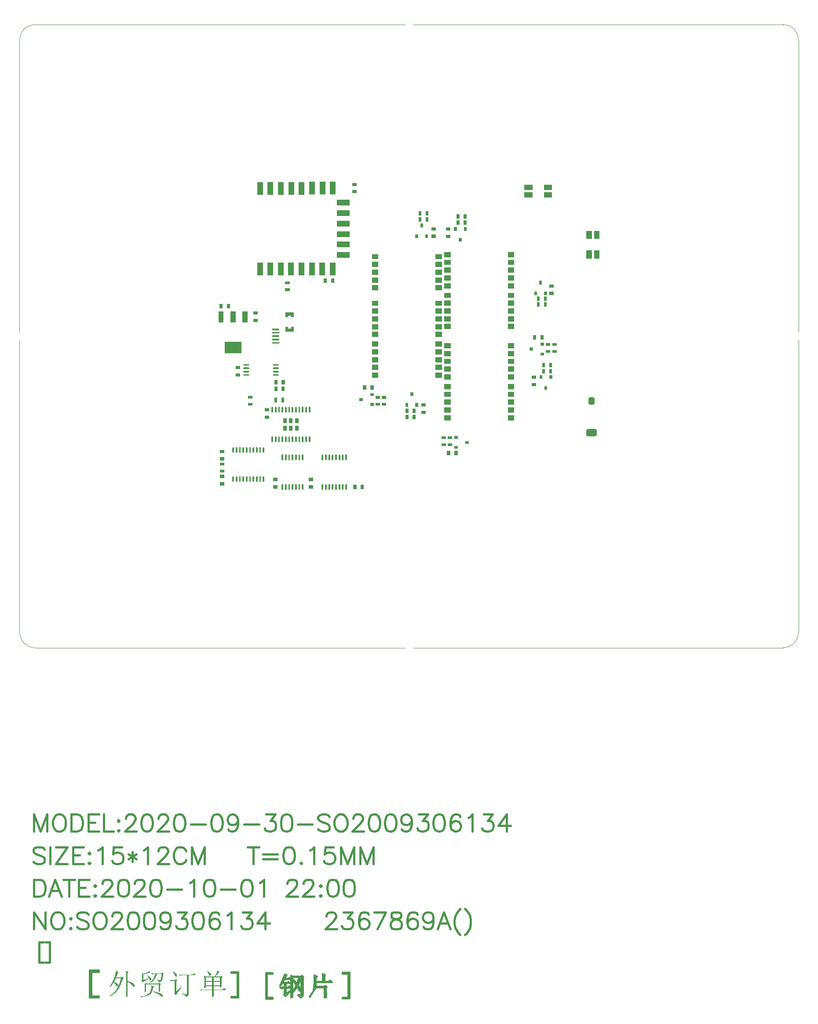
<source format=gbr>
G04 Generated by CircuitCAM Version 4.4*
%FSLAX33Y33*%
%MOMM*%
%ADD178C,0.400000*%
%ADD18C,0.300000*%
%ADD179C,0.000000*%
%LNSolderPasteTop_Ready*%
%LPD*%
G36*
G01X-36895Y-122108D02*
X-36917Y-122176D01*
X-36943Y-122251D01*
X-36973Y-122328D01*
X-37006Y-122409D01*
X-37044Y-122494D01*
X-37086Y-122584D01*
X-37131Y-122676D01*
X-37175Y-122770D01*
X-37219Y-122860D01*
X-37262Y-122947D01*
X-37306Y-123030D01*
X-37350Y-123110D01*
X-37393Y-123187D01*
X-37437Y-123261D01*
X-39090Y-123261D01*
X-39437Y-123065D01*
X-39430Y-123236D01*
X-39423Y-123409D01*
X-39418Y-123580D01*
X-39414Y-123753D01*
X-39412Y-123927D01*
X-39410Y-124100D01*
X-39409Y-124275D01*
X-39410Y-124449D01*
X-39412Y-124624D01*
X-39414Y-124798D01*
X-39418Y-124973D01*
X-39423Y-125148D01*
X-39437Y-125496D01*
X-39435Y-125496D01*
X-39104Y-125358D01*
X-39104Y-125094D01*
X-37937Y-125094D01*
X-37937Y-125775D01*
X-40243Y-125775D01*
X-40062Y-125941D01*
X-39784Y-125900D01*
X-37937Y-125900D01*
X-37938Y-126066D01*
X-37939Y-126241D01*
X-37942Y-126423D01*
X-37946Y-126614D01*
X-37951Y-126812D01*
X-37957Y-127019D01*
X-37965Y-127232D01*
X-37963Y-127232D01*
X-37618Y-127080D01*
X-37621Y-126985D01*
X-37624Y-126865D01*
X-37627Y-126720D01*
X-37629Y-126552D01*
X-37630Y-126359D01*
X-37631Y-126141D01*
X-37631Y-125900D01*
X-35187Y-125900D01*
X-35659Y-125427D01*
X-36006Y-125775D01*
X-37631Y-125775D01*
X-37631Y-125094D01*
X-36395Y-125094D01*
X-36395Y-125343D01*
X-36393Y-125343D01*
X-36090Y-125205D01*
X-36097Y-125071D01*
X-36103Y-124899D01*
X-36109Y-124689D01*
X-36112Y-124441D01*
X-36115Y-124155D01*
X-36117Y-123831D01*
X-36118Y-123468D01*
X-35923Y-123316D01*
X-36270Y-123065D01*
X-36437Y-123261D01*
X-37312Y-123261D01*
X-37238Y-123167D01*
X-37166Y-123079D01*
X-37096Y-122997D01*
X-37029Y-122921D01*
X-36963Y-122848D01*
X-36900Y-122781D01*
X-36840Y-122719D01*
X-36781Y-122658D01*
X-36724Y-122604D01*
X-36669Y-122557D01*
X-36615Y-122514D01*
X-36563Y-122480D01*
X-36513Y-122449D01*
X-36465Y-122427D01*
X-36895Y-122108D01*
G37*
%LPC*%
G36*
G01X-36395Y-123385D02*
X-37631Y-123385D01*
X-37631Y-124108D01*
X-36395Y-124108D01*
X-36395Y-123385D01*
G37*
G36*
G01X-37937Y-123385D02*
X-39104Y-123385D01*
X-39104Y-124108D01*
X-37937Y-124108D01*
X-37937Y-123385D01*
G37*
G36*
G01X-36395Y-124233D02*
X-37631Y-124233D01*
X-37631Y-124969D01*
X-36395Y-124969D01*
X-36395Y-124233D01*
G37*
G36*
G01X-37937Y-124233D02*
X-39104Y-124233D01*
X-39104Y-124969D01*
X-37937Y-124969D01*
X-37937Y-124233D01*
G37*
%LPD*%
G54D178*
X-72189Y-92052D02*
X-72189Y-95333D01*
X-72189Y-92052D02*
X-70939Y-95333D01*
X-69689Y-92052D02*
X-70939Y-95333D01*
X-69689Y-92052D02*
X-69689Y-95333D01*
X-67658Y-92052D02*
X-67970Y-92208D01*
X-68283Y-92521D01*
X-68439Y-92833D01*
X-68595Y-93302D01*
X-68595Y-94083D01*
X-68439Y-94552D01*
X-68283Y-94865D01*
X-67970Y-95177D01*
X-67658Y-95333D01*
X-67033Y-95333D01*
X-66720Y-95177D01*
X-66408Y-94865D01*
X-66252Y-94552D01*
X-66095Y-94083D01*
X-66095Y-93302D01*
X-66252Y-92833D01*
X-66408Y-92521D01*
X-66720Y-92208D01*
X-67033Y-92052D01*
X-67658Y-92052D01*
X-65002Y-92052D02*
X-65002Y-95333D01*
X-65002Y-92052D02*
X-63908Y-92052D01*
X-63439Y-92208D01*
X-63127Y-92521D01*
X-62970Y-92833D01*
X-62814Y-93302D01*
X-62814Y-94083D01*
X-62970Y-94552D01*
X-63127Y-94865D01*
X-63439Y-95177D01*
X-63908Y-95333D01*
X-65002Y-95333D01*
X-61720Y-92052D02*
X-61720Y-95333D01*
X-61720Y-92052D02*
X-59689Y-92052D01*
X-61720Y-93615D02*
X-60470Y-93615D01*
X-61720Y-95333D02*
X-59689Y-95333D01*
X-58752Y-92052D02*
X-58752Y-95333D01*
X-58752Y-95333D02*
X-56877Y-95333D01*
X-55939Y-93146D02*
X-56095Y-93302D01*
X-55939Y-93458D01*
X-55783Y-93302D01*
X-55939Y-93146D01*
X-55939Y-95021D02*
X-56095Y-95177D01*
X-55939Y-95333D01*
X-55783Y-95177D01*
X-55939Y-95021D01*
X-54533Y-92833D02*
X-54533Y-92677D01*
X-54377Y-92365D01*
X-54220Y-92208D01*
X-53908Y-92052D01*
X-53283Y-92052D01*
X-52970Y-92208D01*
X-52814Y-92365D01*
X-52658Y-92677D01*
X-52658Y-92990D01*
X-52814Y-93302D01*
X-53127Y-93771D01*
X-54689Y-95333D01*
X-52502Y-95333D01*
X-50627Y-92052D02*
X-51095Y-92208D01*
X-51408Y-92677D01*
X-51564Y-93458D01*
X-51564Y-93927D01*
X-51408Y-94708D01*
X-51095Y-95177D01*
X-50627Y-95333D01*
X-50314Y-95333D01*
X-49845Y-95177D01*
X-49533Y-94708D01*
X-49377Y-93927D01*
X-49377Y-93458D01*
X-49533Y-92677D01*
X-49845Y-92208D01*
X-50314Y-92052D01*
X-50627Y-92052D01*
X-48283Y-92833D02*
X-48283Y-92677D01*
X-48127Y-92365D01*
X-47970Y-92208D01*
X-47658Y-92052D01*
X-47033Y-92052D01*
X-46720Y-92208D01*
X-46564Y-92365D01*
X-46408Y-92677D01*
X-46408Y-92990D01*
X-46564Y-93302D01*
X-46877Y-93771D01*
X-48439Y-95333D01*
X-46252Y-95333D01*
X-44377Y-92052D02*
X-44845Y-92208D01*
X-45158Y-92677D01*
X-45314Y-93458D01*
X-45314Y-93927D01*
X-45158Y-94708D01*
X-44845Y-95177D01*
X-44377Y-95333D01*
X-44064Y-95333D01*
X-43595Y-95177D01*
X-43283Y-94708D01*
X-43127Y-93927D01*
X-43127Y-93458D01*
X-43283Y-92677D01*
X-43595Y-92208D01*
X-44064Y-92052D01*
X-44377Y-92052D01*
X-42033Y-93927D02*
X-39220Y-93927D01*
X-37189Y-92052D02*
X-37658Y-92208D01*
X-37970Y-92677D01*
X-38127Y-93458D01*
X-38127Y-93927D01*
X-37970Y-94708D01*
X-37658Y-95177D01*
X-37189Y-95333D01*
X-36877Y-95333D01*
X-36408Y-95177D01*
X-36095Y-94708D01*
X-35939Y-93927D01*
X-35939Y-93458D01*
X-36095Y-92677D01*
X-36408Y-92208D01*
X-36877Y-92052D01*
X-37189Y-92052D01*
X-32970Y-93146D02*
X-33127Y-93615D01*
X-33439Y-93927D01*
X-33908Y-94083D01*
X-34064Y-94083D01*
X-34533Y-93927D01*
X-34845Y-93615D01*
X-35002Y-93146D01*
X-35002Y-92990D01*
X-34845Y-92521D01*
X-34533Y-92208D01*
X-34064Y-92052D01*
X-33908Y-92052D01*
X-33439Y-92208D01*
X-33127Y-92521D01*
X-32970Y-93146D01*
X-32970Y-93927D01*
X-33127Y-94708D01*
X-33439Y-95177D01*
X-33908Y-95333D01*
X-34220Y-95333D01*
X-34689Y-95177D01*
X-34845Y-94865D01*
X-31720Y-93927D02*
X-28908Y-93927D01*
X-27502Y-92052D02*
X-25783Y-92052D01*
X-26720Y-93302D01*
X-26252Y-93302D01*
X-25939Y-93458D01*
X-25783Y-93615D01*
X-25627Y-94083D01*
X-25627Y-94396D01*
X-25783Y-94865D01*
X-26095Y-95177D01*
X-26564Y-95333D01*
X-27033Y-95333D01*
X-27502Y-95177D01*
X-27658Y-95021D01*
X-27814Y-94708D01*
X-23752Y-92052D02*
X-24220Y-92208D01*
X-24533Y-92677D01*
X-24689Y-93458D01*
X-24689Y-93927D01*
X-24533Y-94708D01*
X-24220Y-95177D01*
X-23752Y-95333D01*
X-23439Y-95333D01*
X-22970Y-95177D01*
X-22658Y-94708D01*
X-22502Y-93927D01*
X-22502Y-93458D01*
X-22658Y-92677D01*
X-22970Y-92208D01*
X-23439Y-92052D01*
X-23752Y-92052D01*
X-21408Y-93927D02*
X-18595Y-93927D01*
X-15314Y-92521D02*
X-15627Y-92208D01*
X-16095Y-92052D01*
X-16720Y-92052D01*
X-17189Y-92208D01*
X-17502Y-92521D01*
X-17502Y-92833D01*
X-17345Y-93146D01*
X-17189Y-93302D01*
X-16877Y-93458D01*
X-15939Y-93771D01*
X-15627Y-93927D01*
X-15470Y-94083D01*
X-15314Y-94396D01*
X-15314Y-94865D01*
X-15627Y-95177D01*
X-16095Y-95333D01*
X-16720Y-95333D01*
X-17189Y-95177D01*
X-17502Y-94865D01*
X-13439Y-92052D02*
X-13752Y-92208D01*
X-14064Y-92521D01*
X-14220Y-92833D01*
X-14377Y-93302D01*
X-14377Y-94083D01*
X-14220Y-94552D01*
X-14064Y-94865D01*
X-13752Y-95177D01*
X-13439Y-95333D01*
X-12814Y-95333D01*
X-12502Y-95177D01*
X-12189Y-94865D01*
X-12033Y-94552D01*
X-11877Y-94083D01*
X-11877Y-93302D01*
X-12033Y-92833D01*
X-12189Y-92521D01*
X-12502Y-92208D01*
X-12814Y-92052D01*
X-13439Y-92052D01*
X-10783Y-92833D02*
X-10783Y-92677D01*
X-10627Y-92365D01*
X-10470Y-92208D01*
X-10158Y-92052D01*
X-9533Y-92052D01*
X-9220Y-92208D01*
X-9064Y-92365D01*
X-8908Y-92677D01*
X-8908Y-92990D01*
X-9064Y-93302D01*
X-9377Y-93771D01*
X-10939Y-95333D01*
X-8752Y-95333D01*
X-6877Y-92052D02*
X-7345Y-92208D01*
X-7658Y-92677D01*
X-7814Y-93458D01*
X-7814Y-93927D01*
X-7658Y-94708D01*
X-7345Y-95177D01*
X-6877Y-95333D01*
X-6564Y-95333D01*
X-6095Y-95177D01*
X-5783Y-94708D01*
X-5627Y-93927D01*
X-5627Y-93458D01*
X-5783Y-92677D01*
X-6095Y-92208D01*
X-6564Y-92052D01*
X-6877Y-92052D01*
X-3752Y-92052D02*
X-4220Y-92208D01*
X-4533Y-92677D01*
X-4689Y-93458D01*
X-4689Y-93927D01*
X-4533Y-94708D01*
X-4220Y-95177D01*
X-3752Y-95333D01*
X-3439Y-95333D01*
X-2970Y-95177D01*
X-2658Y-94708D01*
X-2502Y-93927D01*
X-2502Y-93458D01*
X-2658Y-92677D01*
X-2970Y-92208D01*
X-3439Y-92052D01*
X-3752Y-92052D01*
X467Y-93146D02*
X311Y-93615D01*
X-2Y-93927D01*
X-470Y-94083D01*
X-627Y-94083D01*
X-1095Y-93927D01*
X-1408Y-93615D01*
X-1564Y-93146D01*
X-1564Y-92990D01*
X-1408Y-92521D01*
X-1095Y-92208D01*
X-627Y-92052D01*
X-470Y-92052D01*
X-2Y-92208D01*
X311Y-92521D01*
X467Y-93146D01*
X467Y-93927D01*
X311Y-94708D01*
X-2Y-95177D01*
X-470Y-95333D01*
X-783Y-95333D01*
X-1252Y-95177D01*
X-1408Y-94865D01*
X1873Y-92052D02*
X3592Y-92052D01*
X2655Y-93302D01*
X3123Y-93302D01*
X3436Y-93458D01*
X3592Y-93615D01*
X3748Y-94083D01*
X3748Y-94396D01*
X3592Y-94865D01*
X3280Y-95177D01*
X2811Y-95333D01*
X2342Y-95333D01*
X1873Y-95177D01*
X1717Y-95021D01*
X1561Y-94708D01*
X5623Y-92052D02*
X5155Y-92208D01*
X4842Y-92677D01*
X4686Y-93458D01*
X4686Y-93927D01*
X4842Y-94708D01*
X5155Y-95177D01*
X5623Y-95333D01*
X5936Y-95333D01*
X6405Y-95177D01*
X6717Y-94708D01*
X6873Y-93927D01*
X6873Y-93458D01*
X6717Y-92677D01*
X6405Y-92208D01*
X5936Y-92052D01*
X5623Y-92052D01*
X9842Y-92521D02*
X9686Y-92208D01*
X9217Y-92052D01*
X8905Y-92052D01*
X8436Y-92208D01*
X8123Y-92677D01*
X7967Y-93458D01*
X7967Y-94240D01*
X8123Y-94865D01*
X8436Y-95177D01*
X8905Y-95333D01*
X9061Y-95333D01*
X9530Y-95177D01*
X9842Y-94865D01*
X9998Y-94396D01*
X9998Y-94240D01*
X9842Y-93771D01*
X9530Y-93458D01*
X9061Y-93302D01*
X8905Y-93302D01*
X8436Y-93458D01*
X8123Y-93771D01*
X7967Y-94240D01*
X11405Y-92677D02*
X11717Y-92521D01*
X12186Y-92052D01*
X12186Y-95333D01*
X14373Y-92052D02*
X16092Y-92052D01*
X15155Y-93302D01*
X15623Y-93302D01*
X15936Y-93458D01*
X16092Y-93615D01*
X16248Y-94083D01*
X16248Y-94396D01*
X16092Y-94865D01*
X15780Y-95177D01*
X15311Y-95333D01*
X14842Y-95333D01*
X14373Y-95177D01*
X14217Y-95021D01*
X14061Y-94708D01*
X18748Y-92052D02*
X17186Y-94240D01*
X19530Y-94240D01*
X18748Y-92052D02*
X18748Y-95333D01*
X-70158Y-98791D02*
X-70470Y-98478D01*
X-70939Y-98322D01*
X-71564Y-98322D01*
X-72033Y-98478D01*
X-72345Y-98791D01*
X-72345Y-99103D01*
X-72189Y-99416D01*
X-72033Y-99572D01*
X-71720Y-99728D01*
X-70783Y-100041D01*
X-70470Y-100197D01*
X-70314Y-100353D01*
X-70158Y-100666D01*
X-70158Y-101135D01*
X-70470Y-101447D01*
X-70939Y-101603D01*
X-71564Y-101603D01*
X-72033Y-101447D01*
X-72345Y-101135D01*
X-69064Y-98322D02*
X-69064Y-101603D01*
X-65783Y-98322D02*
X-67970Y-101603D01*
X-67970Y-98322D02*
X-65783Y-98322D01*
X-67970Y-101603D02*
X-65783Y-101603D01*
X-64689Y-98322D02*
X-64689Y-101603D01*
X-64689Y-98322D02*
X-62658Y-98322D01*
X-64689Y-99885D02*
X-63439Y-99885D01*
X-64689Y-101603D02*
X-62658Y-101603D01*
X-61564Y-99416D02*
X-61720Y-99572D01*
X-61564Y-99728D01*
X-61408Y-99572D01*
X-61564Y-99416D01*
X-61564Y-101291D02*
X-61720Y-101447D01*
X-61564Y-101603D01*
X-61408Y-101447D01*
X-61564Y-101291D01*
X-59845Y-98947D02*
X-59533Y-98791D01*
X-59064Y-98322D01*
X-59064Y-101603D01*
X-55314Y-98322D02*
X-56877Y-98322D01*
X-57033Y-99728D01*
X-56877Y-99572D01*
X-56408Y-99416D01*
X-55939Y-99416D01*
X-55470Y-99572D01*
X-55158Y-99885D01*
X-55002Y-100353D01*
X-55002Y-100666D01*
X-55158Y-101135D01*
X-55470Y-101447D01*
X-55939Y-101603D01*
X-56408Y-101603D01*
X-56877Y-101447D01*
X-57033Y-101291D01*
X-57189Y-100978D01*
X-53283Y-99260D02*
X-53283Y-101135D01*
X-54064Y-99728D02*
X-52502Y-100666D01*
X-52502Y-99728D02*
X-54064Y-100666D01*
X-51095Y-98947D02*
X-50783Y-98791D01*
X-50314Y-98322D01*
X-50314Y-101603D01*
X-48283Y-99103D02*
X-48283Y-98947D01*
X-48127Y-98635D01*
X-47970Y-98478D01*
X-47658Y-98322D01*
X-47033Y-98322D01*
X-46720Y-98478D01*
X-46564Y-98635D01*
X-46408Y-98947D01*
X-46408Y-99260D01*
X-46564Y-99572D01*
X-46877Y-100041D01*
X-48439Y-101603D01*
X-46252Y-101603D01*
X-42970Y-99103D02*
X-43127Y-98791D01*
X-43439Y-98478D01*
X-43752Y-98322D01*
X-44377Y-98322D01*
X-44689Y-98478D01*
X-45002Y-98791D01*
X-45158Y-99103D01*
X-45314Y-99572D01*
X-45314Y-100353D01*
X-45158Y-100822D01*
X-45002Y-101135D01*
X-44689Y-101447D01*
X-44377Y-101603D01*
X-43752Y-101603D01*
X-43439Y-101447D01*
X-43127Y-101135D01*
X-42970Y-100822D01*
X-41877Y-98322D02*
X-41877Y-101603D01*
X-41877Y-98322D02*
X-40627Y-101603D01*
X-39377Y-98322D02*
X-40627Y-101603D01*
X-39377Y-98322D02*
X-39377Y-101603D01*
X-30002Y-98322D02*
X-30002Y-101603D01*
X-31095Y-98322D02*
X-28908Y-98322D01*
X-28127Y-99728D02*
X-25314Y-99728D01*
X-28127Y-100666D02*
X-25314Y-100666D01*
X-23283Y-98322D02*
X-23752Y-98478D01*
X-24064Y-98947D01*
X-24220Y-99728D01*
X-24220Y-100197D01*
X-24064Y-100978D01*
X-23752Y-101447D01*
X-23283Y-101603D01*
X-22970Y-101603D01*
X-22502Y-101447D01*
X-22189Y-100978D01*
X-22033Y-100197D01*
X-22033Y-99728D01*
X-22189Y-98947D01*
X-22502Y-98478D01*
X-22970Y-98322D01*
X-23283Y-98322D01*
X-20783Y-101291D02*
X-20939Y-101447D01*
X-20783Y-101603D01*
X-20627Y-101447D01*
X-20783Y-101291D01*
X-19064Y-98947D02*
X-18752Y-98791D01*
X-18283Y-98322D01*
X-18283Y-101603D01*
X-14533Y-98322D02*
X-16095Y-98322D01*
X-16252Y-99728D01*
X-16095Y-99572D01*
X-15627Y-99416D01*
X-15158Y-99416D01*
X-14689Y-99572D01*
X-14377Y-99885D01*
X-14220Y-100353D01*
X-14220Y-100666D01*
X-14377Y-101135D01*
X-14689Y-101447D01*
X-15158Y-101603D01*
X-15627Y-101603D01*
X-16095Y-101447D01*
X-16252Y-101291D01*
X-16408Y-100978D01*
X-13127Y-98322D02*
X-13127Y-101603D01*
X-13127Y-98322D02*
X-11877Y-101603D01*
X-10627Y-98322D02*
X-11877Y-101603D01*
X-10627Y-98322D02*
X-10627Y-101603D01*
X-9377Y-98322D02*
X-9377Y-101603D01*
X-9377Y-98322D02*
X-8127Y-101603D01*
X-6877Y-98322D02*
X-8127Y-101603D01*
X-6877Y-98322D02*
X-6877Y-101603D01*
X-72189Y-104592D02*
X-72189Y-107873D01*
X-72189Y-104592D02*
X-71095Y-104592D01*
X-70627Y-104748D01*
X-70314Y-105061D01*
X-70158Y-105373D01*
X-70002Y-105842D01*
X-70002Y-106623D01*
X-70158Y-107092D01*
X-70314Y-107405D01*
X-70627Y-107717D01*
X-71095Y-107873D01*
X-72189Y-107873D01*
X-68127Y-104592D02*
X-69377Y-107873D01*
X-68127Y-104592D02*
X-66877Y-107873D01*
X-68908Y-106780D02*
X-67345Y-106780D01*
X-65470Y-104592D02*
X-65470Y-107873D01*
X-66564Y-104592D02*
X-64377Y-104592D01*
X-63595Y-104592D02*
X-63595Y-107873D01*
X-63595Y-104592D02*
X-61564Y-104592D01*
X-63595Y-106155D02*
X-62345Y-106155D01*
X-63595Y-107873D02*
X-61564Y-107873D01*
X-60470Y-105686D02*
X-60627Y-105842D01*
X-60470Y-105998D01*
X-60314Y-105842D01*
X-60470Y-105686D01*
X-60470Y-107561D02*
X-60627Y-107717D01*
X-60470Y-107873D01*
X-60314Y-107717D01*
X-60470Y-107561D01*
X-59064Y-105373D02*
X-59064Y-105217D01*
X-58908Y-104905D01*
X-58752Y-104748D01*
X-58439Y-104592D01*
X-57814Y-104592D01*
X-57502Y-104748D01*
X-57345Y-104905D01*
X-57189Y-105217D01*
X-57189Y-105530D01*
X-57345Y-105842D01*
X-57658Y-106311D01*
X-59220Y-107873D01*
X-57033Y-107873D01*
X-55158Y-104592D02*
X-55627Y-104748D01*
X-55939Y-105217D01*
X-56095Y-105998D01*
X-56095Y-106467D01*
X-55939Y-107248D01*
X-55627Y-107717D01*
X-55158Y-107873D01*
X-54845Y-107873D01*
X-54377Y-107717D01*
X-54064Y-107248D01*
X-53908Y-106467D01*
X-53908Y-105998D01*
X-54064Y-105217D01*
X-54377Y-104748D01*
X-54845Y-104592D01*
X-55158Y-104592D01*
X-52814Y-105373D02*
X-52814Y-105217D01*
X-52658Y-104905D01*
X-52502Y-104748D01*
X-52189Y-104592D01*
X-51564Y-104592D01*
X-51252Y-104748D01*
X-51095Y-104905D01*
X-50939Y-105217D01*
X-50939Y-105530D01*
X-51095Y-105842D01*
X-51408Y-106311D01*
X-52970Y-107873D01*
X-50783Y-107873D01*
X-48908Y-104592D02*
X-49377Y-104748D01*
X-49689Y-105217D01*
X-49845Y-105998D01*
X-49845Y-106467D01*
X-49689Y-107248D01*
X-49377Y-107717D01*
X-48908Y-107873D01*
X-48595Y-107873D01*
X-48127Y-107717D01*
X-47814Y-107248D01*
X-47658Y-106467D01*
X-47658Y-105998D01*
X-47814Y-105217D01*
X-48127Y-104748D01*
X-48595Y-104592D01*
X-48908Y-104592D01*
X-46564Y-106467D02*
X-43752Y-106467D01*
X-42189Y-105217D02*
X-41877Y-105061D01*
X-41408Y-104592D01*
X-41408Y-107873D01*
X-38595Y-104592D02*
X-39064Y-104748D01*
X-39377Y-105217D01*
X-39533Y-105998D01*
X-39533Y-106467D01*
X-39377Y-107248D01*
X-39064Y-107717D01*
X-38595Y-107873D01*
X-38283Y-107873D01*
X-37814Y-107717D01*
X-37502Y-107248D01*
X-37345Y-106467D01*
X-37345Y-105998D01*
X-37502Y-105217D01*
X-37814Y-104748D01*
X-38283Y-104592D01*
X-38595Y-104592D01*
X-36252Y-106467D02*
X-33439Y-106467D01*
X-31408Y-104592D02*
X-31877Y-104748D01*
X-32189Y-105217D01*
X-32345Y-105998D01*
X-32345Y-106467D01*
X-32189Y-107248D01*
X-31877Y-107717D01*
X-31408Y-107873D01*
X-31095Y-107873D01*
X-30627Y-107717D01*
X-30314Y-107248D01*
X-30158Y-106467D01*
X-30158Y-105998D01*
X-30314Y-105217D01*
X-30627Y-104748D01*
X-31095Y-104592D01*
X-31408Y-104592D01*
X-28752Y-105217D02*
X-28439Y-105061D01*
X-27970Y-104592D01*
X-27970Y-107873D01*
X-23439Y-105373D02*
X-23439Y-105217D01*
X-23283Y-104905D01*
X-23127Y-104748D01*
X-22814Y-104592D01*
X-22189Y-104592D01*
X-21877Y-104748D01*
X-21720Y-104905D01*
X-21564Y-105217D01*
X-21564Y-105530D01*
X-21720Y-105842D01*
X-22033Y-106311D01*
X-23595Y-107873D01*
X-21408Y-107873D01*
X-20314Y-105373D02*
X-20314Y-105217D01*
X-20158Y-104905D01*
X-20002Y-104748D01*
X-19689Y-104592D01*
X-19064Y-104592D01*
X-18752Y-104748D01*
X-18595Y-104905D01*
X-18439Y-105217D01*
X-18439Y-105530D01*
X-18595Y-105842D01*
X-18908Y-106311D01*
X-20470Y-107873D01*
X-18283Y-107873D01*
X-17033Y-105686D02*
X-17189Y-105842D01*
X-17033Y-105998D01*
X-16877Y-105842D01*
X-17033Y-105686D01*
X-17033Y-107561D02*
X-17189Y-107717D01*
X-17033Y-107873D01*
X-16877Y-107717D01*
X-17033Y-107561D01*
X-14845Y-104592D02*
X-15314Y-104748D01*
X-15627Y-105217D01*
X-15783Y-105998D01*
X-15783Y-106467D01*
X-15627Y-107248D01*
X-15314Y-107717D01*
X-14845Y-107873D01*
X-14533Y-107873D01*
X-14064Y-107717D01*
X-13752Y-107248D01*
X-13595Y-106467D01*
X-13595Y-105998D01*
X-13752Y-105217D01*
X-14064Y-104748D01*
X-14533Y-104592D01*
X-14845Y-104592D01*
X-11720Y-104592D02*
X-12189Y-104748D01*
X-12502Y-105217D01*
X-12658Y-105998D01*
X-12658Y-106467D01*
X-12502Y-107248D01*
X-12189Y-107717D01*
X-11720Y-107873D01*
X-11408Y-107873D01*
X-10939Y-107717D01*
X-10627Y-107248D01*
X-10470Y-106467D01*
X-10470Y-105998D01*
X-10627Y-105217D01*
X-10939Y-104748D01*
X-11408Y-104592D01*
X-11720Y-104592D01*
X-72189Y-110862D02*
X-72189Y-114143D01*
X-72189Y-110862D02*
X-70002Y-114143D01*
X-70002Y-110862D02*
X-70002Y-114143D01*
X-67970Y-110862D02*
X-68283Y-111018D01*
X-68595Y-111331D01*
X-68752Y-111643D01*
X-68908Y-112112D01*
X-68908Y-112893D01*
X-68752Y-113362D01*
X-68595Y-113675D01*
X-68283Y-113987D01*
X-67970Y-114143D01*
X-67345Y-114143D01*
X-67033Y-113987D01*
X-66720Y-113675D01*
X-66564Y-113362D01*
X-66408Y-112893D01*
X-66408Y-112112D01*
X-66564Y-111643D01*
X-66720Y-111331D01*
X-67033Y-111018D01*
X-67345Y-110862D01*
X-67970Y-110862D01*
X-65158Y-111956D02*
X-65314Y-112112D01*
X-65158Y-112268D01*
X-65002Y-112112D01*
X-65158Y-111956D01*
X-65158Y-113831D02*
X-65314Y-113987D01*
X-65158Y-114143D01*
X-65002Y-113987D01*
X-65158Y-113831D01*
X-61720Y-111331D02*
X-62033Y-111018D01*
X-62502Y-110862D01*
X-63127Y-110862D01*
X-63595Y-111018D01*
X-63908Y-111331D01*
X-63908Y-111643D01*
X-63752Y-111956D01*
X-63595Y-112112D01*
X-63283Y-112268D01*
X-62345Y-112581D01*
X-62033Y-112737D01*
X-61877Y-112893D01*
X-61720Y-113206D01*
X-61720Y-113675D01*
X-62033Y-113987D01*
X-62502Y-114143D01*
X-63127Y-114143D01*
X-63595Y-113987D01*
X-63908Y-113675D01*
X-59845Y-110862D02*
X-60158Y-111018D01*
X-60470Y-111331D01*
X-60627Y-111643D01*
X-60783Y-112112D01*
X-60783Y-112893D01*
X-60627Y-113362D01*
X-60470Y-113675D01*
X-60158Y-113987D01*
X-59845Y-114143D01*
X-59220Y-114143D01*
X-58908Y-113987D01*
X-58595Y-113675D01*
X-58439Y-113362D01*
X-58283Y-112893D01*
X-58283Y-112112D01*
X-58439Y-111643D01*
X-58595Y-111331D01*
X-58908Y-111018D01*
X-59220Y-110862D01*
X-59845Y-110862D01*
X-57189Y-111643D02*
X-57189Y-111487D01*
X-57033Y-111175D01*
X-56877Y-111018D01*
X-56564Y-110862D01*
X-55939Y-110862D01*
X-55627Y-111018D01*
X-55470Y-111175D01*
X-55314Y-111487D01*
X-55314Y-111800D01*
X-55470Y-112112D01*
X-55783Y-112581D01*
X-57345Y-114143D01*
X-55158Y-114143D01*
X-53283Y-110862D02*
X-53752Y-111018D01*
X-54064Y-111487D01*
X-54220Y-112268D01*
X-54220Y-112737D01*
X-54064Y-113518D01*
X-53752Y-113987D01*
X-53283Y-114143D01*
X-52970Y-114143D01*
X-52502Y-113987D01*
X-52189Y-113518D01*
X-52033Y-112737D01*
X-52033Y-112268D01*
X-52189Y-111487D01*
X-52502Y-111018D01*
X-52970Y-110862D01*
X-53283Y-110862D01*
X-50158Y-110862D02*
X-50627Y-111018D01*
X-50939Y-111487D01*
X-51095Y-112268D01*
X-51095Y-112737D01*
X-50939Y-113518D01*
X-50627Y-113987D01*
X-50158Y-114143D01*
X-49845Y-114143D01*
X-49377Y-113987D01*
X-49064Y-113518D01*
X-48908Y-112737D01*
X-48908Y-112268D01*
X-49064Y-111487D01*
X-49377Y-111018D01*
X-49845Y-110862D01*
X-50158Y-110862D01*
X-45939Y-111956D02*
X-46095Y-112425D01*
X-46408Y-112737D01*
X-46877Y-112893D01*
X-47033Y-112893D01*
X-47502Y-112737D01*
X-47814Y-112425D01*
X-47970Y-111956D01*
X-47970Y-111800D01*
X-47814Y-111331D01*
X-47502Y-111018D01*
X-47033Y-110862D01*
X-46877Y-110862D01*
X-46408Y-111018D01*
X-46095Y-111331D01*
X-45939Y-111956D01*
X-45939Y-112737D01*
X-46095Y-113518D01*
X-46408Y-113987D01*
X-46877Y-114143D01*
X-47189Y-114143D01*
X-47658Y-113987D01*
X-47814Y-113675D01*
X-44533Y-110862D02*
X-42814Y-110862D01*
X-43752Y-112112D01*
X-43283Y-112112D01*
X-42970Y-112268D01*
X-42814Y-112425D01*
X-42658Y-112893D01*
X-42658Y-113206D01*
X-42814Y-113675D01*
X-43127Y-113987D01*
X-43595Y-114143D01*
X-44064Y-114143D01*
X-44533Y-113987D01*
X-44689Y-113831D01*
X-44845Y-113518D01*
X-40783Y-110862D02*
X-41252Y-111018D01*
X-41564Y-111487D01*
X-41720Y-112268D01*
X-41720Y-112737D01*
X-41564Y-113518D01*
X-41252Y-113987D01*
X-40783Y-114143D01*
X-40470Y-114143D01*
X-40002Y-113987D01*
X-39689Y-113518D01*
X-39533Y-112737D01*
X-39533Y-112268D01*
X-39689Y-111487D01*
X-40002Y-111018D01*
X-40470Y-110862D01*
X-40783Y-110862D01*
X-36564Y-111331D02*
X-36720Y-111018D01*
X-37189Y-110862D01*
X-37502Y-110862D01*
X-37970Y-111018D01*
X-38283Y-111487D01*
X-38439Y-112268D01*
X-38439Y-113050D01*
X-38283Y-113675D01*
X-37970Y-113987D01*
X-37502Y-114143D01*
X-37345Y-114143D01*
X-36877Y-113987D01*
X-36564Y-113675D01*
X-36408Y-113206D01*
X-36408Y-113050D01*
X-36564Y-112581D01*
X-36877Y-112268D01*
X-37345Y-112112D01*
X-37502Y-112112D01*
X-37970Y-112268D01*
X-38283Y-112581D01*
X-38439Y-113050D01*
X-35002Y-111487D02*
X-34689Y-111331D01*
X-34220Y-110862D01*
X-34220Y-114143D01*
X-32033Y-110862D02*
X-30314Y-110862D01*
X-31252Y-112112D01*
X-30783Y-112112D01*
X-30470Y-112268D01*
X-30314Y-112425D01*
X-30158Y-112893D01*
X-30158Y-113206D01*
X-30314Y-113675D01*
X-30627Y-113987D01*
X-31095Y-114143D01*
X-31564Y-114143D01*
X-32033Y-113987D01*
X-32189Y-113831D01*
X-32345Y-113518D01*
X-27658Y-110862D02*
X-29220Y-113050D01*
X-26877Y-113050D01*
X-27658Y-110862D02*
X-27658Y-114143D01*
X-15939Y-111643D02*
X-15939Y-111487D01*
X-15783Y-111175D01*
X-15627Y-111018D01*
X-15314Y-110862D01*
X-14689Y-110862D01*
X-14377Y-111018D01*
X-14220Y-111175D01*
X-14064Y-111487D01*
X-14064Y-111800D01*
X-14220Y-112112D01*
X-14533Y-112581D01*
X-16095Y-114143D01*
X-13908Y-114143D01*
X-12658Y-110862D02*
X-10939Y-110862D01*
X-11877Y-112112D01*
X-11408Y-112112D01*
X-11095Y-112268D01*
X-10939Y-112425D01*
X-10783Y-112893D01*
X-10783Y-113206D01*
X-10939Y-113675D01*
X-11252Y-113987D01*
X-11720Y-114143D01*
X-12189Y-114143D01*
X-12658Y-113987D01*
X-12814Y-113831D01*
X-12970Y-113518D01*
X-7814Y-111331D02*
X-7970Y-111018D01*
X-8439Y-110862D01*
X-8752Y-110862D01*
X-9220Y-111018D01*
X-9533Y-111487D01*
X-9689Y-112268D01*
X-9689Y-113050D01*
X-9533Y-113675D01*
X-9220Y-113987D01*
X-8752Y-114143D01*
X-8595Y-114143D01*
X-8127Y-113987D01*
X-7814Y-113675D01*
X-7658Y-113206D01*
X-7658Y-113050D01*
X-7814Y-112581D01*
X-8127Y-112268D01*
X-8595Y-112112D01*
X-8752Y-112112D01*
X-9220Y-112268D01*
X-9533Y-112581D01*
X-9689Y-113050D01*
X-4533Y-110862D02*
X-6095Y-114143D01*
X-6720Y-110862D02*
X-4533Y-110862D01*
X-2814Y-110862D02*
X-3283Y-111018D01*
X-3439Y-111331D01*
X-3439Y-111643D01*
X-3283Y-111956D01*
X-2970Y-112112D01*
X-2345Y-112268D01*
X-1877Y-112425D01*
X-1564Y-112737D01*
X-1408Y-113050D01*
X-1408Y-113518D01*
X-1564Y-113831D01*
X-1720Y-113987D01*
X-2189Y-114143D01*
X-2814Y-114143D01*
X-3283Y-113987D01*
X-3439Y-113831D01*
X-3595Y-113518D01*
X-3595Y-113050D01*
X-3439Y-112737D01*
X-3127Y-112425D01*
X-2658Y-112268D01*
X-2033Y-112112D01*
X-1720Y-111956D01*
X-1564Y-111643D01*
X-1564Y-111331D01*
X-1720Y-111018D01*
X-2189Y-110862D01*
X-2814Y-110862D01*
X1561Y-111331D02*
X1405Y-111018D01*
X936Y-110862D01*
X623Y-110862D01*
X155Y-111018D01*
X-158Y-111487D01*
X-314Y-112268D01*
X-314Y-113050D01*
X-158Y-113675D01*
X155Y-113987D01*
X623Y-114143D01*
X780Y-114143D01*
X1248Y-113987D01*
X1561Y-113675D01*
X1717Y-113206D01*
X1717Y-113050D01*
X1561Y-112581D01*
X1248Y-112268D01*
X780Y-112112D01*
X623Y-112112D01*
X155Y-112268D01*
X-158Y-112581D01*
X-314Y-113050D01*
X4686Y-111956D02*
X4530Y-112425D01*
X4217Y-112737D01*
X3748Y-112893D01*
X3592Y-112893D01*
X3123Y-112737D01*
X2811Y-112425D01*
X2655Y-111956D01*
X2655Y-111800D01*
X2811Y-111331D01*
X3123Y-111018D01*
X3592Y-110862D01*
X3748Y-110862D01*
X4217Y-111018D01*
X4530Y-111331D01*
X4686Y-111956D01*
X4686Y-112737D01*
X4530Y-113518D01*
X4217Y-113987D01*
X3748Y-114143D01*
X3436Y-114143D01*
X2967Y-113987D01*
X2811Y-113675D01*
X6717Y-110862D02*
X5467Y-114143D01*
X6717Y-110862D02*
X7967Y-114143D01*
X5936Y-113050D02*
X7498Y-113050D01*
X9842Y-110237D02*
X9530Y-110550D01*
X9217Y-111018D01*
X8905Y-111643D01*
X8748Y-112425D01*
X8748Y-113050D01*
X8905Y-113831D01*
X9217Y-114456D01*
X9530Y-114925D01*
X9842Y-115237D01*
X10780Y-110237D02*
X11092Y-110550D01*
X11405Y-111018D01*
X11717Y-111643D01*
X11873Y-112425D01*
X11873Y-113050D01*
X11717Y-113831D01*
X11405Y-114456D01*
X11092Y-114925D01*
X10780Y-115237D01*
X-71252Y-120257D02*
X-71252Y-116976D01*
X-71252Y-116976D02*
X-71252Y-116663D01*
X-70470Y-116663D01*
X-71252Y-120257D02*
X-71252Y-120570D01*
X-70470Y-120570D01*
X-69220Y-116976D02*
X-69220Y-120257D01*
X-69220Y-116976D02*
X-69220Y-116663D01*
X-70002Y-116663D01*
X-69220Y-120257D02*
X-69220Y-120570D01*
X-70002Y-120570D01*
G54D18*
X-61467Y-127321D02*
X-61467Y-122113D01*
X-59715Y-122113D01*
X-59715Y-122368D01*
X-61162Y-122368D01*
X-61162Y-127067D01*
X-59715Y-127067D01*
X-59715Y-127321D01*
X-61467Y-127321D01*
X-32850Y-127343D02*
X-34197Y-127343D01*
X-34197Y-127140D01*
X-33054Y-127140D01*
X-33054Y-122567D01*
X-34197Y-122567D01*
X-34197Y-122390D01*
X-32850Y-122390D01*
X-32850Y-127343D01*
G36*
G01X-38868Y-122149D02*
X-38909Y-122218D01*
X-38829Y-122318D01*
X-38756Y-122415D01*
X-38690Y-122513D01*
X-38630Y-122611D01*
X-38578Y-122707D01*
X-38532Y-122804D01*
X-38493Y-122899D01*
X-38457Y-122985D01*
X-38422Y-123052D01*
X-38388Y-123100D01*
X-38354Y-123131D01*
X-38321Y-123141D01*
X-38288Y-123133D01*
X-38256Y-123108D01*
X-38223Y-123074D01*
X-38194Y-123041D01*
X-38170Y-123005D01*
X-38150Y-122966D01*
X-38135Y-122927D01*
X-38124Y-122886D01*
X-38118Y-122844D01*
X-38122Y-122799D01*
X-38136Y-122754D01*
X-38158Y-122707D01*
X-38190Y-122660D01*
X-38231Y-122611D01*
X-38281Y-122561D01*
X-38340Y-122511D01*
X-38405Y-122455D01*
X-38474Y-122401D01*
X-38546Y-122348D01*
X-38621Y-122297D01*
X-38700Y-122247D01*
X-38782Y-122198D01*
X-38868Y-122149D01*
G37*
G36*
G01X-55895Y-122468D02*
X-56409Y-122190D01*
X-56442Y-122375D01*
X-56485Y-122572D01*
X-56538Y-122782D01*
X-56602Y-123005D01*
X-56676Y-123239D01*
X-56760Y-123486D01*
X-56854Y-123747D01*
X-56958Y-124002D01*
X-57066Y-124242D01*
X-57176Y-124469D01*
X-57289Y-124681D01*
X-57405Y-124879D01*
X-57524Y-125063D01*
X-57645Y-125233D01*
X-57590Y-125302D01*
X-57490Y-125202D01*
X-57388Y-125092D01*
X-57285Y-124971D01*
X-57179Y-124840D01*
X-57073Y-124699D01*
X-56964Y-124547D01*
X-56854Y-124386D01*
X-56748Y-124487D01*
X-56652Y-124583D01*
X-56566Y-124675D01*
X-56491Y-124762D01*
X-56426Y-124845D01*
X-56371Y-124923D01*
X-56326Y-124997D01*
X-56291Y-125060D01*
X-56258Y-125106D01*
X-56226Y-125135D01*
X-56197Y-125147D01*
X-56169Y-125141D01*
X-56142Y-125119D01*
X-56118Y-125080D01*
X-56093Y-125029D01*
X-56073Y-124977D01*
X-56060Y-124925D01*
X-56052Y-124874D01*
X-56050Y-124822D01*
X-56053Y-124771D01*
X-56062Y-124719D01*
X-56091Y-124666D01*
X-56146Y-124611D01*
X-56227Y-124554D01*
X-56334Y-124495D01*
X-56467Y-124433D01*
X-56627Y-124369D01*
X-56812Y-124302D01*
X-56761Y-124213D01*
X-56710Y-124119D01*
X-56660Y-124020D01*
X-56610Y-123917D01*
X-56561Y-123809D01*
X-56513Y-123697D01*
X-56465Y-123580D01*
X-55465Y-123580D01*
X-55541Y-123896D01*
X-55627Y-124199D01*
X-55722Y-124491D01*
X-55828Y-124771D01*
X-55942Y-125039D01*
X-56067Y-125294D01*
X-56201Y-125539D01*
X-56347Y-125776D01*
X-56514Y-126005D01*
X-56703Y-126224D01*
X-56913Y-126434D01*
X-57145Y-126635D01*
X-57398Y-126828D01*
X-57673Y-127011D01*
X-57631Y-127080D01*
X-57413Y-126975D01*
X-57204Y-126858D01*
X-57003Y-126729D01*
X-56811Y-126588D01*
X-56627Y-126435D01*
X-56451Y-126271D01*
X-56284Y-126094D01*
X-56127Y-125909D01*
X-55980Y-125710D01*
X-55845Y-125497D01*
X-55720Y-125271D01*
X-55605Y-125031D01*
X-55502Y-124778D01*
X-55409Y-124511D01*
X-55320Y-124260D01*
X-55235Y-124049D01*
X-55153Y-123877D01*
X-55076Y-123744D01*
X-55002Y-123650D01*
X-54933Y-123595D01*
X-54868Y-123580D01*
X-55312Y-123218D01*
X-55479Y-123455D01*
X-56409Y-123455D01*
X-56361Y-123325D01*
X-56313Y-123196D01*
X-56264Y-123069D01*
X-56214Y-122944D01*
X-56164Y-122822D01*
X-56113Y-122700D01*
X-56062Y-122579D01*
X-55895Y-122468D01*
G37*
G36*
G01X-54173Y-126164D02*
X-54173Y-124233D01*
X-53973Y-124362D01*
X-53792Y-124488D01*
X-53631Y-124611D01*
X-53491Y-124730D01*
X-53370Y-124845D01*
X-53268Y-124957D01*
X-53187Y-125066D01*
X-53116Y-125159D01*
X-53052Y-125222D01*
X-52997Y-125255D01*
X-52949Y-125259D01*
X-52909Y-125234D01*
X-52877Y-125179D01*
X-52854Y-125094D01*
X-52841Y-124998D01*
X-52845Y-124909D01*
X-52863Y-124827D01*
X-52897Y-124752D01*
X-52946Y-124683D01*
X-53010Y-124621D01*
X-53090Y-124566D01*
X-53187Y-124513D01*
X-53303Y-124456D01*
X-53438Y-124396D01*
X-53593Y-124333D01*
X-53767Y-124266D01*
X-53961Y-124196D01*
X-54173Y-124122D01*
X-54173Y-122607D01*
X-53965Y-122427D01*
X-54506Y-122190D01*
X-54499Y-122284D01*
X-54493Y-122391D01*
X-54488Y-122508D01*
X-54484Y-122639D01*
X-54481Y-122783D01*
X-54479Y-122939D01*
X-54479Y-123108D01*
X-54479Y-126275D01*
X-54479Y-126427D01*
X-54481Y-126574D01*
X-54484Y-126716D01*
X-54488Y-126853D01*
X-54493Y-126985D01*
X-54499Y-127111D01*
X-54506Y-127233D01*
X-54159Y-127080D01*
X-54163Y-126980D01*
X-54166Y-126869D01*
X-54169Y-126749D01*
X-54171Y-126618D01*
X-54172Y-126476D01*
X-54173Y-126325D01*
X-54173Y-126164D01*
G37*
G36*
G01X-47645Y-122649D02*
X-49687Y-122649D01*
X-49493Y-122844D01*
X-49424Y-122826D01*
X-49354Y-122809D01*
X-49283Y-122796D01*
X-49209Y-122786D01*
X-49134Y-122779D01*
X-49057Y-122776D01*
X-48979Y-122774D01*
X-48840Y-122774D01*
X-48913Y-123087D01*
X-49020Y-123376D01*
X-49162Y-123641D01*
X-49339Y-123881D01*
X-49550Y-124097D01*
X-49796Y-124288D01*
X-50076Y-124455D01*
X-50034Y-124511D01*
X-49691Y-124363D01*
X-49391Y-124182D01*
X-49135Y-123967D01*
X-48923Y-123719D01*
X-48754Y-123437D01*
X-48629Y-123123D01*
X-48548Y-122774D01*
X-47631Y-122774D01*
X-47651Y-122942D01*
X-47670Y-123096D01*
X-47688Y-123236D01*
X-47706Y-123364D01*
X-47724Y-123477D01*
X-47740Y-123576D01*
X-47756Y-123664D01*
X-47778Y-123734D01*
X-47804Y-123794D01*
X-47834Y-123844D01*
X-47868Y-123883D01*
X-47905Y-123913D01*
X-47947Y-123932D01*
X-47993Y-123941D01*
X-48042Y-123943D01*
X-48101Y-123940D01*
X-48172Y-123933D01*
X-48253Y-123921D01*
X-48345Y-123904D01*
X-48448Y-123883D01*
X-48562Y-123858D01*
X-48590Y-123955D01*
X-48450Y-124005D01*
X-48331Y-124058D01*
X-48234Y-124116D01*
X-48159Y-124177D01*
X-48105Y-124243D01*
X-48073Y-124312D01*
X-48062Y-124386D01*
X-47968Y-124352D01*
X-47883Y-124313D01*
X-47808Y-124270D01*
X-47742Y-124222D01*
X-47686Y-124170D01*
X-47640Y-124114D01*
X-47604Y-124052D01*
X-47567Y-123977D01*
X-47530Y-123869D01*
X-47491Y-123728D01*
X-47452Y-123555D01*
X-47411Y-123351D01*
X-47369Y-123114D01*
X-47326Y-122844D01*
X-47131Y-122732D01*
X-47479Y-122427D01*
X-47645Y-122649D01*
G37*
G36*
G01X-50062Y-123580D02*
X-51145Y-123927D01*
X-51145Y-122844D01*
X-51023Y-122818D01*
X-50902Y-122791D01*
X-50781Y-122761D01*
X-50662Y-122731D01*
X-50544Y-122696D01*
X-50428Y-122660D01*
X-50312Y-122621D01*
X-50200Y-122581D01*
X-50095Y-122548D01*
X-49997Y-122523D01*
X-49906Y-122505D01*
X-49822Y-122495D01*
X-49744Y-122492D01*
X-49673Y-122496D01*
X-50020Y-122122D01*
X-50071Y-122176D01*
X-50126Y-122229D01*
X-50186Y-122280D01*
X-50252Y-122329D01*
X-50322Y-122377D01*
X-50398Y-122424D01*
X-50479Y-122468D01*
X-50564Y-122512D01*
X-50652Y-122552D01*
X-50744Y-122592D01*
X-50839Y-122629D01*
X-50938Y-122665D01*
X-51040Y-122700D01*
X-51145Y-122732D01*
X-51451Y-122525D01*
X-51444Y-122620D01*
X-51437Y-122745D01*
X-51432Y-122894D01*
X-51428Y-123070D01*
X-51425Y-123273D01*
X-51424Y-123504D01*
X-51423Y-123761D01*
X-51422Y-123818D01*
X-51425Y-123872D01*
X-51434Y-123921D01*
X-51448Y-123967D01*
X-51467Y-124009D01*
X-51491Y-124046D01*
X-51520Y-124080D01*
X-51270Y-124400D01*
X-51212Y-124341D01*
X-51147Y-124283D01*
X-51076Y-124226D01*
X-50998Y-124171D01*
X-50915Y-124116D01*
X-50825Y-124063D01*
X-50729Y-124011D01*
X-50626Y-123956D01*
X-50523Y-123903D01*
X-50422Y-123852D01*
X-50321Y-123802D01*
X-50220Y-123754D01*
X-50120Y-123708D01*
X-50020Y-123664D01*
X-50001Y-123703D01*
X-49982Y-123744D01*
X-49963Y-123785D01*
X-49946Y-123827D01*
X-49928Y-123869D01*
X-49912Y-123912D01*
X-49895Y-123955D01*
X-49877Y-123991D01*
X-49856Y-124012D01*
X-49830Y-124017D01*
X-49800Y-124007D01*
X-49766Y-123982D01*
X-49729Y-123942D01*
X-49687Y-123886D01*
X-49651Y-123823D01*
X-49629Y-123760D01*
X-49622Y-123698D01*
X-49630Y-123636D01*
X-49653Y-123575D01*
X-49690Y-123514D01*
X-49743Y-123455D01*
X-49807Y-123391D01*
X-49883Y-123326D01*
X-49970Y-123262D01*
X-50067Y-123196D01*
X-50175Y-123131D01*
X-50294Y-123064D01*
X-50423Y-122997D01*
X-50479Y-123038D01*
X-50395Y-123127D01*
X-50320Y-123212D01*
X-50252Y-123293D01*
X-50193Y-123371D01*
X-50141Y-123445D01*
X-50098Y-123514D01*
X-50062Y-123580D01*
G37*
G36*
G01X-47936Y-125080D02*
X-47937Y-124844D01*
X-47756Y-124705D01*
X-48090Y-124427D01*
X-48256Y-124650D01*
X-50604Y-124650D01*
X-50909Y-124497D01*
X-50902Y-124631D01*
X-50896Y-124766D01*
X-50891Y-124899D01*
X-50887Y-125032D01*
X-50884Y-125164D01*
X-50882Y-125296D01*
X-50881Y-125427D01*
X-50882Y-125558D01*
X-50884Y-125687D01*
X-50887Y-125815D01*
X-50891Y-125942D01*
X-50896Y-126068D01*
X-50902Y-126193D01*
X-50909Y-126316D01*
X-50604Y-126164D01*
X-50604Y-124775D01*
X-48215Y-124775D01*
X-48215Y-126233D01*
X-47909Y-126094D01*
X-47917Y-125973D01*
X-47923Y-125833D01*
X-47928Y-125674D01*
X-47932Y-125495D01*
X-47935Y-125298D01*
X-47936Y-125080D01*
G37*
G36*
G01X-49062Y-125205D02*
X-49604Y-124955D01*
X-49607Y-125119D01*
X-49615Y-125276D01*
X-49629Y-125427D01*
X-49649Y-125572D01*
X-49675Y-125711D01*
X-49706Y-125843D01*
X-49743Y-125969D01*
X-49788Y-126089D01*
X-49845Y-126203D01*
X-49913Y-126310D01*
X-49992Y-126411D01*
X-50083Y-126506D01*
X-50185Y-126595D01*
X-50298Y-126677D01*
X-50429Y-126752D01*
X-50585Y-126825D01*
X-50765Y-126896D01*
X-50969Y-126965D01*
X-51198Y-127033D01*
X-51451Y-127099D01*
X-51729Y-127164D01*
X-51715Y-127233D01*
X-51490Y-127210D01*
X-51275Y-127181D01*
X-51070Y-127145D01*
X-50876Y-127104D01*
X-50692Y-127056D01*
X-50518Y-127002D01*
X-50354Y-126941D01*
X-50202Y-126878D01*
X-50063Y-126806D01*
X-49939Y-126727D01*
X-49828Y-126640D01*
X-49730Y-126544D01*
X-49646Y-126441D01*
X-49576Y-126330D01*
X-49512Y-126211D01*
X-49456Y-126085D01*
X-49407Y-125952D01*
X-49365Y-125811D01*
X-49331Y-125663D01*
X-49304Y-125507D01*
X-49284Y-125344D01*
X-49062Y-125205D01*
G37*
G36*
G01X-49256Y-126094D02*
X-49284Y-126191D01*
X-49136Y-126247D01*
X-48993Y-126305D01*
X-48855Y-126363D01*
X-48722Y-126423D01*
X-48594Y-126483D01*
X-48471Y-126545D01*
X-48354Y-126608D01*
X-48242Y-126672D01*
X-48136Y-126737D01*
X-48037Y-126804D01*
X-47943Y-126871D01*
X-47856Y-126940D01*
X-47775Y-127009D01*
X-47701Y-127080D01*
X-47631Y-127140D01*
X-47571Y-127178D01*
X-47521Y-127192D01*
X-47481Y-127184D01*
X-47451Y-127154D01*
X-47432Y-127101D01*
X-47423Y-127025D01*
X-47427Y-126936D01*
X-47448Y-126853D01*
X-47485Y-126776D01*
X-47539Y-126705D01*
X-47609Y-126639D01*
X-47695Y-126579D01*
X-47798Y-126525D01*
X-47927Y-126472D01*
X-48082Y-126416D01*
X-48263Y-126357D01*
X-48472Y-126296D01*
X-48707Y-126231D01*
X-48968Y-126164D01*
X-49256Y-126094D01*
G37*
G36*
G01X-43480Y-126595D02*
X-43659Y-126580D01*
X-43659Y-126691D01*
X-43497Y-126721D01*
X-43352Y-126764D01*
X-43224Y-126819D01*
X-43113Y-126886D01*
X-43019Y-126966D01*
X-42942Y-127059D01*
X-42881Y-127164D01*
X-42817Y-127131D01*
X-42758Y-127099D01*
X-42705Y-127066D01*
X-42657Y-127032D01*
X-42615Y-126998D01*
X-42579Y-126963D01*
X-42548Y-126927D01*
X-42522Y-126893D01*
X-42501Y-126854D01*
X-42483Y-126809D01*
X-42469Y-126760D01*
X-42459Y-126705D01*
X-42453Y-126645D01*
X-42451Y-126580D01*
X-42451Y-123010D01*
X-41062Y-123010D01*
X-41451Y-122607D01*
X-41729Y-122885D01*
X-44298Y-122885D01*
X-44104Y-123079D01*
X-44034Y-123061D01*
X-43968Y-123046D01*
X-43905Y-123033D01*
X-43845Y-123023D01*
X-43789Y-123015D01*
X-43736Y-123011D01*
X-43687Y-123010D01*
X-42770Y-123010D01*
X-42770Y-126441D01*
X-42773Y-126489D01*
X-42779Y-126531D01*
X-42791Y-126565D01*
X-42807Y-126593D01*
X-42827Y-126614D01*
X-42852Y-126628D01*
X-42881Y-126636D01*
X-42925Y-126635D01*
X-42990Y-126631D01*
X-43079Y-126626D01*
X-43190Y-126618D01*
X-43324Y-126607D01*
X-43480Y-126595D01*
G37*
G36*
G01X-43840Y-125205D02*
X-44812Y-126191D01*
X-44812Y-124191D01*
X-44618Y-124039D01*
X-44923Y-123733D01*
X-45159Y-123969D01*
X-46048Y-123969D01*
X-45854Y-124164D01*
X-45785Y-124149D01*
X-45715Y-124136D01*
X-45644Y-124126D01*
X-45570Y-124118D01*
X-45495Y-124112D01*
X-45418Y-124109D01*
X-45340Y-124108D01*
X-45118Y-124108D01*
X-45118Y-126094D01*
X-45119Y-126163D01*
X-45124Y-126228D01*
X-45133Y-126288D01*
X-45145Y-126344D01*
X-45160Y-126395D01*
X-45179Y-126441D01*
X-45201Y-126483D01*
X-44881Y-126816D01*
X-44834Y-126727D01*
X-44781Y-126634D01*
X-44720Y-126537D01*
X-44652Y-126435D01*
X-44578Y-126330D01*
X-44497Y-126221D01*
X-44409Y-126108D01*
X-44321Y-125993D01*
X-44232Y-125878D01*
X-44142Y-125763D01*
X-44051Y-125648D01*
X-43959Y-125533D01*
X-43865Y-125417D01*
X-43770Y-125302D01*
X-43840Y-125205D01*
G37*
G36*
G01X-45437Y-122301D02*
X-45493Y-122386D01*
X-45402Y-122483D01*
X-45320Y-122581D01*
X-45248Y-122678D01*
X-45184Y-122772D01*
X-45130Y-122867D01*
X-45084Y-122961D01*
X-45048Y-123051D01*
X-45016Y-123132D01*
X-44985Y-123195D01*
X-44953Y-123244D01*
X-44921Y-123279D01*
X-44889Y-123298D01*
X-44858Y-123301D01*
X-44826Y-123289D01*
X-44792Y-123266D01*
X-44762Y-123239D01*
X-44737Y-123208D01*
X-44715Y-123172D01*
X-44697Y-123132D01*
X-44683Y-123087D01*
X-44673Y-123038D01*
X-44670Y-122990D01*
X-44675Y-122942D01*
X-44690Y-122893D01*
X-44714Y-122844D01*
X-44747Y-122792D01*
X-44789Y-122742D01*
X-44840Y-122691D01*
X-44900Y-122642D01*
X-44968Y-122592D01*
X-45045Y-122538D01*
X-45130Y-122482D01*
X-45224Y-122424D01*
X-45326Y-122364D01*
X-45437Y-122301D01*
G37*
X-22722Y-127279D02*
X-22722Y-125120D01*
X-22722Y-123063D01*
X-22443Y-123240D01*
X-20741Y-123240D01*
X-20563Y-123063D01*
X-20309Y-123317D01*
X-20436Y-123418D01*
X-20436Y-126822D01*
X-20512Y-127076D01*
X-20817Y-127279D01*
X-21351Y-126873D01*
X-21351Y-126796D01*
X-20792Y-126847D01*
X-20716Y-126746D01*
X-20716Y-123342D01*
X-22443Y-123342D01*
X-22443Y-126492D01*
X-22443Y-127127D01*
X-22722Y-127279D01*
X-22290Y-123875D02*
X-21554Y-124663D01*
X-21300Y-123621D01*
X-20919Y-123850D01*
X-21046Y-123977D01*
X-21376Y-124891D01*
X-20995Y-125501D01*
X-20868Y-125857D01*
X-20970Y-126060D01*
X-21173Y-125857D01*
X-21503Y-125171D01*
X-22341Y-126288D01*
X-22392Y-126238D01*
X-21655Y-124917D01*
X-22341Y-123926D01*
X-22290Y-123875D01*
X-23687Y-126593D02*
X-22849Y-126009D01*
X-22798Y-126060D01*
X-23814Y-127101D01*
X-24043Y-126822D01*
X-23967Y-126517D01*
X-23967Y-125476D01*
X-24119Y-125476D01*
X-24602Y-125526D01*
X-24780Y-125349D01*
X-23967Y-125349D01*
X-23967Y-124561D01*
X-24348Y-124561D01*
X-24780Y-125044D01*
X-24830Y-124993D01*
X-23916Y-122809D01*
X-23535Y-123037D01*
X-23687Y-123164D01*
X-23916Y-123672D01*
X-23281Y-123672D01*
X-23052Y-123469D01*
X-22748Y-123799D01*
X-23941Y-123799D01*
X-24297Y-124434D01*
X-23408Y-124434D01*
X-23230Y-124256D01*
X-22925Y-124561D01*
X-23687Y-124561D01*
X-23687Y-125349D01*
X-23281Y-125349D01*
X-23052Y-125120D01*
X-22748Y-125476D01*
X-23687Y-125476D01*
X-23687Y-126593D01*
X-17922Y-124383D02*
X-17947Y-125222D01*
X-16296Y-125222D01*
X-16169Y-125018D01*
X-15839Y-125272D01*
X-15991Y-125399D01*
X-15966Y-127203D01*
X-16296Y-127355D01*
X-16271Y-125349D01*
X-17947Y-125349D01*
X-19115Y-127254D01*
X-19141Y-127177D01*
X-18404Y-126060D01*
X-18201Y-124510D01*
X-18201Y-123012D01*
X-17744Y-123240D01*
X-17922Y-123393D01*
X-17922Y-124256D01*
X-16575Y-124256D01*
X-16601Y-122758D01*
X-16144Y-122986D01*
X-16296Y-123139D01*
X-16296Y-124256D01*
X-15483Y-124256D01*
X-15178Y-123977D01*
X-14848Y-124383D01*
X-17922Y-124383D01*
X-26247Y-122604D02*
X-26247Y-122782D01*
X-27364Y-122782D01*
X-27364Y-127354D01*
X-26247Y-127354D01*
X-26247Y-127557D01*
X-27567Y-127557D01*
X-27567Y-122604D01*
X-26247Y-122604D01*
X-11473Y-127481D02*
X-12819Y-127481D01*
X-12819Y-127278D01*
X-11701Y-127278D01*
X-11701Y-122706D01*
X-12819Y-122706D01*
X-12819Y-122528D01*
X-11473Y-122528D01*
X-11473Y-127481D01*
G36*
G01X-10127Y-28608D02*
X-10752Y-28608D01*
X-10752Y-29458D01*
X-10127Y-29458D01*
X-10127Y-28608D01*
G37*
G36*
G01X-8702Y-28608D02*
X-9327Y-28608D01*
X-9327Y-29458D01*
X-8702Y-29458D01*
X-8702Y-28608D01*
G37*
G36*
G01X-18446Y-28708D02*
X-19296Y-28708D01*
X-19296Y-29333D01*
X-18446Y-29333D01*
X-18446Y-28708D01*
G37*
G36*
G01X-25334Y-28708D02*
X-26184Y-28708D01*
X-26184Y-29333D01*
X-25334Y-29333D01*
X-25334Y-28708D01*
G37*
G36*
G01X-24218Y-28593D02*
G75*
G03X-24378Y-28433I-160J0D01*
G74*
G01*
G75*
G03X-24538Y-28593I0J-160D01*
G74*
G01*
X-24538Y-29473D01*
G75*
G03X-24378Y-29633I160J0D01*
G74*
G01*
G75*
G03X-24218Y-29473I0J160D01*
G74*
G01*
X-24218Y-28593D01*
G37*
G36*
G01X-23568Y-28593D02*
G75*
G03X-23728Y-28433I-160J0D01*
G74*
G01*
G75*
G03X-23888Y-28593I0J-160D01*
G74*
G01*
X-23888Y-29473D01*
G75*
G03X-23728Y-29633I160J0D01*
G74*
G01*
G75*
G03X-23568Y-29473I0J160D01*
G74*
G01*
X-23568Y-28593D01*
G37*
G36*
G01X-22918Y-28593D02*
G75*
G03X-23078Y-28433I-160J0D01*
G74*
G01*
G75*
G03X-23238Y-28593I0J-160D01*
G74*
G01*
X-23238Y-29473D01*
G75*
G03X-23078Y-29633I160J0D01*
G74*
G01*
G75*
G03X-22918Y-29473I0J160D01*
G74*
G01*
X-22918Y-28593D01*
G37*
G36*
G01X-22268Y-28593D02*
G75*
G03X-22428Y-28433I-160J0D01*
G74*
G01*
G75*
G03X-22588Y-28593I0J-160D01*
G74*
G01*
X-22588Y-29473D01*
G75*
G03X-22428Y-29633I160J0D01*
G74*
G01*
G75*
G03X-22268Y-29473I0J160D01*
G74*
G01*
X-22268Y-28593D01*
G37*
G36*
G01X-21618Y-28593D02*
G75*
G03X-21778Y-28433I-160J0D01*
G74*
G01*
G75*
G03X-21938Y-28593I0J-160D01*
G74*
G01*
X-21938Y-29473D01*
G75*
G03X-21778Y-29633I160J0D01*
G74*
G01*
G75*
G03X-21618Y-29473I0J160D01*
G74*
G01*
X-21618Y-28593D01*
G37*
G36*
G01X-20968Y-28593D02*
G75*
G03X-21128Y-28433I-160J0D01*
G74*
G01*
G75*
G03X-21288Y-28593I0J-160D01*
G74*
G01*
X-21288Y-29473D01*
G75*
G03X-21128Y-29633I160J0D01*
G74*
G01*
G75*
G03X-20968Y-29473I0J160D01*
G74*
G01*
X-20968Y-28593D01*
G37*
G36*
G01X-20318Y-28593D02*
G75*
G03X-20478Y-28433I-160J0D01*
G74*
G01*
G75*
G03X-20638Y-28593I0J-160D01*
G74*
G01*
X-20638Y-29473D01*
G75*
G03X-20478Y-29633I160J0D01*
G74*
G01*
G75*
G03X-20318Y-29473I0J160D01*
G74*
G01*
X-20318Y-28593D01*
G37*
G36*
G01X-16504Y-28593D02*
G75*
G03X-16664Y-28433I-160J0D01*
G74*
G01*
G75*
G03X-16824Y-28593I0J-160D01*
G74*
G01*
X-16824Y-29473D01*
G75*
G03X-16664Y-29633I160J0D01*
G74*
G01*
G75*
G03X-16504Y-29473I0J160D01*
G74*
G01*
X-16504Y-28593D01*
G37*
G36*
G01X-15854Y-28593D02*
G75*
G03X-16014Y-28433I-160J0D01*
G74*
G01*
G75*
G03X-16174Y-28593I0J-160D01*
G74*
G01*
X-16174Y-29473D01*
G75*
G03X-16014Y-29633I160J0D01*
G74*
G01*
G75*
G03X-15854Y-29473I0J160D01*
G74*
G01*
X-15854Y-28593D01*
G37*
G36*
G01X-15204Y-28593D02*
G75*
G03X-15364Y-28433I-160J0D01*
G74*
G01*
G75*
G03X-15524Y-28593I0J-160D01*
G74*
G01*
X-15524Y-29473D01*
G75*
G03X-15364Y-29633I160J0D01*
G74*
G01*
G75*
G03X-15204Y-29473I0J160D01*
G74*
G01*
X-15204Y-28593D01*
G37*
G36*
G01X-14554Y-28593D02*
G75*
G03X-14714Y-28433I-160J0D01*
G74*
G01*
G75*
G03X-14874Y-28593I0J-160D01*
G74*
G01*
X-14874Y-29473D01*
G75*
G03X-14714Y-29633I160J0D01*
G74*
G01*
G75*
G03X-14554Y-29473I0J160D01*
G74*
G01*
X-14554Y-28593D01*
G37*
G36*
G01X-13904Y-28593D02*
G75*
G03X-14064Y-28433I-160J0D01*
G74*
G01*
G75*
G03X-14224Y-28593I0J-160D01*
G74*
G01*
X-14224Y-29473D01*
G75*
G03X-14064Y-29633I160J0D01*
G74*
G01*
G75*
G03X-13904Y-29473I0J160D01*
G74*
G01*
X-13904Y-28593D01*
G37*
G36*
G01X-13254Y-28593D02*
G75*
G03X-13414Y-28433I-160J0D01*
G74*
G01*
G75*
G03X-13574Y-28593I0J-160D01*
G74*
G01*
X-13574Y-29473D01*
G75*
G03X-13414Y-29633I160J0D01*
G74*
G01*
G75*
G03X-13254Y-29473I0J160D01*
G74*
G01*
X-13254Y-28593D01*
G37*
G36*
G01X-12604Y-28593D02*
G75*
G03X-12764Y-28433I-160J0D01*
G74*
G01*
G75*
G03X-12924Y-28593I0J-160D01*
G74*
G01*
X-12924Y-29473D01*
G75*
G03X-12764Y-29633I160J0D01*
G74*
G01*
G75*
G03X-12604Y-29473I0J160D01*
G74*
G01*
X-12604Y-28593D01*
G37*
G36*
G01X-11954Y-28593D02*
G75*
G03X-12114Y-28433I-160J0D01*
G74*
G01*
G75*
G03X-12274Y-28593I0J-160D01*
G74*
G01*
X-12274Y-29473D01*
G75*
G03X-12114Y-29633I160J0D01*
G74*
G01*
G75*
G03X-11954Y-29473I0J160D01*
G74*
G01*
X-11954Y-28593D01*
G37*
G36*
G01X-35578Y-28101D02*
X-36428Y-28101D01*
X-36428Y-28726D01*
X-35578Y-28726D01*
X-35578Y-28101D01*
G37*
G36*
G01X-25334Y-27283D02*
X-26184Y-27283D01*
X-26184Y-27908D01*
X-25334Y-27908D01*
X-25334Y-27283D01*
G37*
G36*
G01X-18446Y-27283D02*
X-19296Y-27283D01*
X-19296Y-27908D01*
X-18446Y-27908D01*
X-18446Y-27283D01*
G37*
G36*
G01X-33714Y-27092D02*
G75*
G03X-33874Y-26932I-160J0D01*
G74*
G01*
G75*
G03X-34034Y-27092I0J-160D01*
G74*
G01*
X-34034Y-27922D01*
G75*
G03X-33874Y-28082I160J0D01*
G74*
G01*
G75*
G03X-33714Y-27922I0J160D01*
G74*
G01*
X-33714Y-27092D01*
G37*
G36*
G01X-33064Y-27092D02*
G75*
G03X-33224Y-26932I-160J0D01*
G74*
G01*
G75*
G03X-33384Y-27092I0J-160D01*
G74*
G01*
X-33384Y-27922D01*
G75*
G03X-33224Y-28082I160J0D01*
G74*
G01*
G75*
G03X-33064Y-27922I0J160D01*
G74*
G01*
X-33064Y-27092D01*
G37*
G36*
G01X-32414Y-27092D02*
G75*
G03X-32574Y-26932I-160J0D01*
G74*
G01*
G75*
G03X-32734Y-27092I0J-160D01*
G74*
G01*
X-32734Y-27922D01*
G75*
G03X-32574Y-28082I160J0D01*
G74*
G01*
G75*
G03X-32414Y-27922I0J160D01*
G74*
G01*
X-32414Y-27092D01*
G37*
G36*
G01X-31764Y-27092D02*
G75*
G03X-31924Y-26932I-160J0D01*
G74*
G01*
G75*
G03X-32084Y-27092I0J-160D01*
G74*
G01*
X-32084Y-27922D01*
G75*
G03X-31924Y-28082I160J0D01*
G74*
G01*
G75*
G03X-31764Y-27922I0J160D01*
G74*
G01*
X-31764Y-27092D01*
G37*
G36*
G01X-31114Y-27092D02*
G75*
G03X-31274Y-26932I-160J0D01*
G74*
G01*
G75*
G03X-31434Y-27092I0J-160D01*
G74*
G01*
X-31434Y-27922D01*
G75*
G03X-31274Y-28082I160J0D01*
G74*
G01*
G75*
G03X-31114Y-27922I0J160D01*
G74*
G01*
X-31114Y-27092D01*
G37*
G36*
G01X-30464Y-27092D02*
G75*
G03X-30624Y-26932I-160J0D01*
G74*
G01*
G75*
G03X-30784Y-27092I0J-160D01*
G74*
G01*
X-30784Y-27922D01*
G75*
G03X-30624Y-28082I160J0D01*
G74*
G01*
G75*
G03X-30464Y-27922I0J160D01*
G74*
G01*
X-30464Y-27092D01*
G37*
G36*
G01X-29814Y-27092D02*
G75*
G03X-29974Y-26932I-160J0D01*
G74*
G01*
G75*
G03X-30134Y-27092I0J-160D01*
G74*
G01*
X-30134Y-27922D01*
G75*
G03X-29974Y-28082I160J0D01*
G74*
G01*
G75*
G03X-29814Y-27922I0J160D01*
G74*
G01*
X-29814Y-27092D01*
G37*
G36*
G01X-29164Y-27092D02*
G75*
G03X-29324Y-26932I-160J0D01*
G74*
G01*
G75*
G03X-29484Y-27092I0J-160D01*
G74*
G01*
X-29484Y-27922D01*
G75*
G03X-29324Y-28082I160J0D01*
G74*
G01*
G75*
G03X-29164Y-27922I0J160D01*
G74*
G01*
X-29164Y-27092D01*
G37*
G36*
G01X-28514Y-27092D02*
G75*
G03X-28674Y-26932I-160J0D01*
G74*
G01*
G75*
G03X-28834Y-27092I0J-160D01*
G74*
G01*
X-28834Y-27922D01*
G75*
G03X-28674Y-28082I160J0D01*
G74*
G01*
G75*
G03X-28514Y-27922I0J160D01*
G74*
G01*
X-28514Y-27092D01*
G37*
G36*
G01X-27864Y-27092D02*
G75*
G03X-28024Y-26932I-160J0D01*
G74*
G01*
G75*
G03X-28184Y-27092I0J-160D01*
G74*
G01*
X-28184Y-27922D01*
G75*
G03X-28024Y-28082I160J0D01*
G74*
G01*
G75*
G03X-27864Y-27922I0J160D01*
G74*
G01*
X-27864Y-27092D01*
G37*
G36*
G01X-35578Y-26676D02*
X-36428Y-26676D01*
X-36428Y-27301D01*
X-35578Y-27301D01*
X-35578Y-26676D01*
G37*
G36*
G01X-35578Y-25706D02*
X-36428Y-25706D01*
X-36428Y-26256D01*
X-35578Y-26256D01*
X-35578Y-25706D01*
G37*
G36*
G01X-35578Y-24356D02*
X-36428Y-24356D01*
X-36428Y-24906D01*
X-35578Y-24906D01*
X-35578Y-24356D01*
G37*
G36*
G01X-35578Y-23300D02*
X-36428Y-23300D01*
X-36428Y-23925D01*
X-35578Y-23925D01*
X-35578Y-23300D01*
G37*
G36*
G01X-24218Y-22893D02*
G75*
G03X-24378Y-22733I-160J0D01*
G74*
G01*
G75*
G03X-24538Y-22893I0J-160D01*
G74*
G01*
X-24538Y-23773D01*
G75*
G03X-24378Y-23933I160J0D01*
G74*
G01*
G75*
G03X-24218Y-23773I0J160D01*
G74*
G01*
X-24218Y-22893D01*
G37*
G36*
G01X-23568Y-22893D02*
G75*
G03X-23728Y-22733I-160J0D01*
G74*
G01*
G75*
G03X-23888Y-22893I0J-160D01*
G74*
G01*
X-23888Y-23773D01*
G75*
G03X-23728Y-23933I160J0D01*
G74*
G01*
G75*
G03X-23568Y-23773I0J160D01*
G74*
G01*
X-23568Y-22893D01*
G37*
G36*
G01X-22918Y-22893D02*
G75*
G03X-23078Y-22733I-160J0D01*
G74*
G01*
G75*
G03X-23238Y-22893I0J-160D01*
G74*
G01*
X-23238Y-23773D01*
G75*
G03X-23078Y-23933I160J0D01*
G74*
G01*
G75*
G03X-22918Y-23773I0J160D01*
G74*
G01*
X-22918Y-22893D01*
G37*
G36*
G01X-22268Y-22893D02*
G75*
G03X-22428Y-22733I-160J0D01*
G74*
G01*
G75*
G03X-22588Y-22893I0J-160D01*
G74*
G01*
X-22588Y-23773D01*
G75*
G03X-22428Y-23933I160J0D01*
G74*
G01*
G75*
G03X-22268Y-23773I0J160D01*
G74*
G01*
X-22268Y-22893D01*
G37*
G36*
G01X-21618Y-22893D02*
G75*
G03X-21778Y-22733I-160J0D01*
G74*
G01*
G75*
G03X-21938Y-22893I0J-160D01*
G74*
G01*
X-21938Y-23773D01*
G75*
G03X-21778Y-23933I160J0D01*
G74*
G01*
G75*
G03X-21618Y-23773I0J160D01*
G74*
G01*
X-21618Y-22893D01*
G37*
G36*
G01X-20968Y-22893D02*
G75*
G03X-21128Y-22733I-160J0D01*
G74*
G01*
G75*
G03X-21288Y-22893I0J-160D01*
G74*
G01*
X-21288Y-23773D01*
G75*
G03X-21128Y-23933I160J0D01*
G74*
G01*
G75*
G03X-20968Y-23773I0J160D01*
G74*
G01*
X-20968Y-22893D01*
G37*
G36*
G01X-20318Y-22893D02*
G75*
G03X-20478Y-22733I-160J0D01*
G74*
G01*
G75*
G03X-20638Y-22893I0J-160D01*
G74*
G01*
X-20638Y-23773D01*
G75*
G03X-20478Y-23933I160J0D01*
G74*
G01*
G75*
G03X-20318Y-23773I0J160D01*
G74*
G01*
X-20318Y-22893D01*
G37*
G36*
G01X-16504Y-22893D02*
G75*
G03X-16664Y-22733I-160J0D01*
G74*
G01*
G75*
G03X-16824Y-22893I0J-160D01*
G74*
G01*
X-16824Y-23773D01*
G75*
G03X-16664Y-23933I160J0D01*
G74*
G01*
G75*
G03X-16504Y-23773I0J160D01*
G74*
G01*
X-16504Y-22893D01*
G37*
G36*
G01X-15854Y-22893D02*
G75*
G03X-16014Y-22733I-160J0D01*
G74*
G01*
G75*
G03X-16174Y-22893I0J-160D01*
G74*
G01*
X-16174Y-23773D01*
G75*
G03X-16014Y-23933I160J0D01*
G74*
G01*
G75*
G03X-15854Y-23773I0J160D01*
G74*
G01*
X-15854Y-22893D01*
G37*
G36*
G01X-15204Y-22893D02*
G75*
G03X-15364Y-22733I-160J0D01*
G74*
G01*
G75*
G03X-15524Y-22893I0J-160D01*
G74*
G01*
X-15524Y-23773D01*
G75*
G03X-15364Y-23933I160J0D01*
G74*
G01*
G75*
G03X-15204Y-23773I0J160D01*
G74*
G01*
X-15204Y-22893D01*
G37*
G36*
G01X-14554Y-22893D02*
G75*
G03X-14714Y-22733I-160J0D01*
G74*
G01*
G75*
G03X-14874Y-22893I0J-160D01*
G74*
G01*
X-14874Y-23773D01*
G75*
G03X-14714Y-23933I160J0D01*
G74*
G01*
G75*
G03X-14554Y-23773I0J160D01*
G74*
G01*
X-14554Y-22893D01*
G37*
G36*
G01X-13904Y-22893D02*
G75*
G03X-14064Y-22733I-160J0D01*
G74*
G01*
G75*
G03X-14224Y-22893I0J-160D01*
G74*
G01*
X-14224Y-23773D01*
G75*
G03X-14064Y-23933I160J0D01*
G74*
G01*
G75*
G03X-13904Y-23773I0J160D01*
G74*
G01*
X-13904Y-22893D01*
G37*
G36*
G01X-13254Y-22893D02*
G75*
G03X-13414Y-22733I-160J0D01*
G74*
G01*
G75*
G03X-13574Y-22893I0J-160D01*
G74*
G01*
X-13574Y-23773D01*
G75*
G03X-13414Y-23933I160J0D01*
G74*
G01*
G75*
G03X-13254Y-23773I0J160D01*
G74*
G01*
X-13254Y-22893D01*
G37*
G36*
G01X-12604Y-22893D02*
G75*
G03X-12764Y-22733I-160J0D01*
G74*
G01*
G75*
G03X-12924Y-22893I0J-160D01*
G74*
G01*
X-12924Y-23773D01*
G75*
G03X-12764Y-23933I160J0D01*
G74*
G01*
G75*
G03X-12604Y-23773I0J160D01*
G74*
G01*
X-12604Y-22893D01*
G37*
G36*
G01X-11954Y-22893D02*
G75*
G03X-12114Y-22733I-160J0D01*
G74*
G01*
G75*
G03X-12274Y-22893I0J-160D01*
G74*
G01*
X-12274Y-23773D01*
G75*
G03X-12114Y-23933I160J0D01*
G74*
G01*
G75*
G03X-11954Y-23773I0J160D01*
G74*
G01*
X-11954Y-22893D01*
G37*
G36*
G01X7921Y-22043D02*
X7296Y-22043D01*
X7296Y-22893D01*
X7921Y-22893D01*
X7921Y-22043D01*
G37*
G36*
G01X9346Y-22043D02*
X8721Y-22043D01*
X8721Y-22893D01*
X9346Y-22893D01*
X9346Y-22043D01*
G37*
G36*
G01X-35578Y-21875D02*
X-36428Y-21875D01*
X-36428Y-22500D01*
X-35578Y-22500D01*
X-35578Y-21875D01*
G37*
G36*
G01X-33714Y-21492D02*
G75*
G03X-33874Y-21332I-160J0D01*
G74*
G01*
G75*
G03X-34034Y-21492I0J-160D01*
G74*
G01*
X-34034Y-22322D01*
G75*
G03X-33874Y-22482I160J0D01*
G74*
G01*
G75*
G03X-33714Y-22322I0J160D01*
G74*
G01*
X-33714Y-21492D01*
G37*
G36*
G01X-33064Y-21492D02*
G75*
G03X-33224Y-21332I-160J0D01*
G74*
G01*
G75*
G03X-33384Y-21492I0J-160D01*
G74*
G01*
X-33384Y-22322D01*
G75*
G03X-33224Y-22482I160J0D01*
G74*
G01*
G75*
G03X-33064Y-22322I0J160D01*
G74*
G01*
X-33064Y-21492D01*
G37*
G36*
G01X-32414Y-21492D02*
G75*
G03X-32574Y-21332I-160J0D01*
G74*
G01*
G75*
G03X-32734Y-21492I0J-160D01*
G74*
G01*
X-32734Y-22322D01*
G75*
G03X-32574Y-22482I160J0D01*
G74*
G01*
G75*
G03X-32414Y-22322I0J160D01*
G74*
G01*
X-32414Y-21492D01*
G37*
G36*
G01X-31764Y-21492D02*
G75*
G03X-31924Y-21332I-160J0D01*
G74*
G01*
G75*
G03X-32084Y-21492I0J-160D01*
G74*
G01*
X-32084Y-22322D01*
G75*
G03X-31924Y-22482I160J0D01*
G74*
G01*
G75*
G03X-31764Y-22322I0J160D01*
G74*
G01*
X-31764Y-21492D01*
G37*
G36*
G01X-31114Y-21492D02*
G75*
G03X-31274Y-21332I-160J0D01*
G74*
G01*
G75*
G03X-31434Y-21492I0J-160D01*
G74*
G01*
X-31434Y-22322D01*
G75*
G03X-31274Y-22482I160J0D01*
G74*
G01*
G75*
G03X-31114Y-22322I0J160D01*
G74*
G01*
X-31114Y-21492D01*
G37*
G36*
G01X-30464Y-21492D02*
G75*
G03X-30624Y-21332I-160J0D01*
G74*
G01*
G75*
G03X-30784Y-21492I0J-160D01*
G74*
G01*
X-30784Y-22322D01*
G75*
G03X-30624Y-22482I160J0D01*
G74*
G01*
G75*
G03X-30464Y-22322I0J160D01*
G74*
G01*
X-30464Y-21492D01*
G37*
G36*
G01X-29814Y-21492D02*
G75*
G03X-29974Y-21332I-160J0D01*
G74*
G01*
G75*
G03X-30134Y-21492I0J-160D01*
G74*
G01*
X-30134Y-22322D01*
G75*
G03X-29974Y-22482I160J0D01*
G74*
G01*
G75*
G03X-29814Y-22322I0J160D01*
G74*
G01*
X-29814Y-21492D01*
G37*
G36*
G01X-29164Y-21492D02*
G75*
G03X-29324Y-21332I-160J0D01*
G74*
G01*
G75*
G03X-29484Y-21492I0J-160D01*
G74*
G01*
X-29484Y-22322D01*
G75*
G03X-29324Y-22482I160J0D01*
G74*
G01*
G75*
G03X-29164Y-22322I0J160D01*
G74*
G01*
X-29164Y-21492D01*
G37*
G36*
G01X-28514Y-21492D02*
G75*
G03X-28674Y-21332I-160J0D01*
G74*
G01*
G75*
G03X-28834Y-21492I0J-160D01*
G74*
G01*
X-28834Y-22322D01*
G75*
G03X-28674Y-22482I160J0D01*
G74*
G01*
G75*
G03X-28514Y-22322I0J160D01*
G74*
G01*
X-28514Y-21492D01*
G37*
G36*
G01X-27864Y-21492D02*
G75*
G03X-28024Y-21332I-160J0D01*
G74*
G01*
G75*
G03X-28184Y-21492I0J-160D01*
G74*
G01*
X-28184Y-22322D01*
G75*
G03X-28024Y-22482I160J0D01*
G74*
G01*
G75*
G03X-27864Y-22322I0J160D01*
G74*
G01*
X-27864Y-21492D01*
G37*
G36*
G01X9396Y-21136D02*
X8696Y-21136D01*
X8696Y-21686D01*
X9396Y-21686D01*
X9396Y-21136D01*
G37*
G36*
G01X7139Y-20611D02*
X6289Y-20611D01*
X6289Y-21161D01*
X7139Y-21161D01*
X7139Y-20611D01*
G37*
G36*
G01X8316Y-20611D02*
X7466Y-20611D01*
X7466Y-21161D01*
X8316Y-21161D01*
X8316Y-20611D01*
G37*
G36*
G01X11496Y-20186D02*
X10796Y-20186D01*
X10796Y-20736D01*
X11496Y-20736D01*
X11496Y-20186D01*
G37*
G36*
G01X7139Y-19261D02*
X6289Y-19261D01*
X6289Y-19811D01*
X7139Y-19811D01*
X7139Y-19261D01*
G37*
G36*
G01X8316Y-19261D02*
X7466Y-19261D01*
X7466Y-19811D01*
X8316Y-19811D01*
X8316Y-19261D01*
G37*
G36*
G01X-26166Y-19409D02*
G75*
G03X-26326Y-19249I-160J0D01*
G74*
G01*
G75*
G03X-26486Y-19409I0J-160D01*
G74*
G01*
X-26486Y-20289D01*
G75*
G03X-26326Y-20449I160J0D01*
G74*
G01*
G75*
G03X-26166Y-20289I0J160D01*
G74*
G01*
X-26166Y-19409D01*
G37*
G36*
G01X-25516Y-19409D02*
G75*
G03X-25676Y-19249I-160J0D01*
G74*
G01*
G75*
G03X-25836Y-19409I0J-160D01*
G74*
G01*
X-25836Y-20289D01*
G75*
G03X-25676Y-20449I160J0D01*
G74*
G01*
G75*
G03X-25516Y-20289I0J160D01*
G74*
G01*
X-25516Y-19409D01*
G37*
G36*
G01X-24866Y-19409D02*
G75*
G03X-25026Y-19249I-160J0D01*
G74*
G01*
G75*
G03X-25186Y-19409I0J-160D01*
G74*
G01*
X-25186Y-20289D01*
G75*
G03X-25026Y-20449I160J0D01*
G74*
G01*
G75*
G03X-24866Y-20289I0J160D01*
G74*
G01*
X-24866Y-19409D01*
G37*
G36*
G01X-24216Y-19409D02*
G75*
G03X-24376Y-19249I-160J0D01*
G74*
G01*
G75*
G03X-24536Y-19409I0J-160D01*
G74*
G01*
X-24536Y-20289D01*
G75*
G03X-24376Y-20449I160J0D01*
G74*
G01*
G75*
G03X-24216Y-20289I0J160D01*
G74*
G01*
X-24216Y-19409D01*
G37*
G36*
G01X-23566Y-19409D02*
G75*
G03X-23726Y-19249I-160J0D01*
G74*
G01*
G75*
G03X-23886Y-19409I0J-160D01*
G74*
G01*
X-23886Y-20289D01*
G75*
G03X-23726Y-20449I160J0D01*
G74*
G01*
G75*
G03X-23566Y-20289I0J160D01*
G74*
G01*
X-23566Y-19409D01*
G37*
G36*
G01X-22916Y-19409D02*
G75*
G03X-23076Y-19249I-160J0D01*
G74*
G01*
G75*
G03X-23236Y-19409I0J-160D01*
G74*
G01*
X-23236Y-20289D01*
G75*
G03X-23076Y-20449I160J0D01*
G74*
G01*
G75*
G03X-22916Y-20289I0J160D01*
G74*
G01*
X-22916Y-19409D01*
G37*
G36*
G01X-22266Y-19409D02*
G75*
G03X-22426Y-19249I-160J0D01*
G74*
G01*
G75*
G03X-22586Y-19409I0J-160D01*
G74*
G01*
X-22586Y-20289D01*
G75*
G03X-22426Y-20449I160J0D01*
G74*
G01*
G75*
G03X-22266Y-20289I0J160D01*
G74*
G01*
X-22266Y-19409D01*
G37*
G36*
G01X-21616Y-19409D02*
G75*
G03X-21776Y-19249I-160J0D01*
G74*
G01*
G75*
G03X-21936Y-19409I0J-160D01*
G74*
G01*
X-21936Y-20289D01*
G75*
G03X-21776Y-20449I160J0D01*
G74*
G01*
G75*
G03X-21616Y-20289I0J160D01*
G74*
G01*
X-21616Y-19409D01*
G37*
G36*
G01X-20966Y-19409D02*
G75*
G03X-21126Y-19249I-160J0D01*
G74*
G01*
G75*
G03X-21286Y-19409I0J-160D01*
G74*
G01*
X-21286Y-20289D01*
G75*
G03X-21126Y-20449I160J0D01*
G74*
G01*
G75*
G03X-20966Y-20289I0J160D01*
G74*
G01*
X-20966Y-19409D01*
G37*
G36*
G01X-20316Y-19409D02*
G75*
G03X-20476Y-19249I-160J0D01*
G74*
G01*
G75*
G03X-20636Y-19409I0J-160D01*
G74*
G01*
X-20636Y-20289D01*
G75*
G03X-20476Y-20449I160J0D01*
G74*
G01*
G75*
G03X-20316Y-20289I0J160D01*
G74*
G01*
X-20316Y-19409D01*
G37*
G36*
G01X-19666Y-19409D02*
G75*
G03X-19826Y-19249I-160J0D01*
G74*
G01*
G75*
G03X-19986Y-19409I0J-160D01*
G74*
G01*
X-19986Y-20289D01*
G75*
G03X-19826Y-20449I160J0D01*
G74*
G01*
G75*
G03X-19666Y-20289I0J160D01*
G74*
G01*
X-19666Y-19409D01*
G37*
G36*
G01X-19016Y-19409D02*
G75*
G03X-19176Y-19249I-160J0D01*
G74*
G01*
G75*
G03X-19336Y-19409I0J-160D01*
G74*
G01*
X-19336Y-20289D01*
G75*
G03X-19176Y-20449I160J0D01*
G74*
G01*
G75*
G03X-19016Y-20289I0J160D01*
G74*
G01*
X-19016Y-19409D01*
G37*
G36*
G01X9396Y-19236D02*
X8696Y-19236D01*
X8696Y-19786D01*
X9396Y-19786D01*
X9396Y-19236D01*
G37*
G36*
G01X35769Y-17865D02*
X34469Y-17865D01*
X34414Y-17869D01*
X34361Y-17882D01*
X34310Y-17903D01*
X34263Y-17932D01*
X34221Y-17968D01*
X34186Y-18009D01*
X34157Y-18056D01*
X34136Y-18107D01*
X34123Y-18160D01*
X34119Y-18215D01*
X34119Y-18915D01*
X34123Y-18970D01*
X34136Y-19023D01*
X34157Y-19074D01*
X34186Y-19121D01*
X34221Y-19163D01*
X34263Y-19198D01*
X34310Y-19227D01*
X34361Y-19248D01*
X34414Y-19261D01*
X34469Y-19265D01*
X35769Y-19265D01*
X35824Y-19261D01*
X35877Y-19248D01*
X35928Y-19227D01*
X35975Y-19198D01*
X36016Y-19163D01*
X36052Y-19121D01*
X36081Y-19074D01*
X36102Y-19023D01*
X36114Y-18970D01*
X36119Y-18915D01*
X36119Y-18215D01*
X36114Y-18160D01*
X36102Y-18107D01*
X36081Y-18056D01*
X36052Y-18009D01*
X36016Y-17968D01*
X35975Y-17932D01*
X35928Y-17903D01*
X35877Y-17882D01*
X35824Y-17869D01*
X35769Y-17865D01*
G37*
G36*
G01X-23584Y-17249D02*
X-24251Y-17249D01*
X-24251Y-18149D01*
X-23584Y-18149D01*
X-23584Y-17249D01*
G37*
G36*
G01X-22418Y-17249D02*
X-23084Y-17249D01*
X-23084Y-18149D01*
X-22418Y-18149D01*
X-22418Y-17249D01*
G37*
G36*
G01X-21251Y-17249D02*
X-21918Y-17249D01*
X-21918Y-18149D01*
X-21251Y-18149D01*
X-21251Y-17249D01*
G37*
G36*
G01X7992Y-15199D02*
X6742Y-15199D01*
X6742Y-16199D01*
X7992Y-16199D01*
X7992Y-15199D01*
G37*
G36*
G01X20256Y-15199D02*
X19006Y-15199D01*
X19006Y-16199D01*
X20256Y-16199D01*
X20256Y-15199D01*
G37*
G36*
G01X-23584Y-15849D02*
X-24251Y-15849D01*
X-24251Y-16749D01*
X-23584Y-16749D01*
X-23584Y-15849D01*
G37*
G36*
G01X-22418Y-15849D02*
X-23084Y-15849D01*
X-23084Y-16749D01*
X-22418Y-16749D01*
X-22418Y-15849D01*
G37*
G36*
G01X-21251Y-15849D02*
X-21918Y-15849D01*
X-21918Y-16749D01*
X-21251Y-16749D01*
X-21251Y-15849D01*
G37*
G36*
G01X-26949Y-15274D02*
X-27799Y-15274D01*
X-27799Y-15899D01*
X-26949Y-15899D01*
X-26949Y-15274D01*
G37*
G36*
G01X-114Y-15169D02*
X-664Y-15169D01*
X-664Y-16019D01*
X-114Y-16019D01*
X-114Y-15169D01*
G37*
G36*
G01X1236Y-15169D02*
X686Y-15169D01*
X686Y-16019D01*
X1236Y-16019D01*
X1236Y-15169D01*
G37*
G36*
G01X3181Y-14359D02*
X2331Y-14359D01*
X2331Y-14984D01*
X3181Y-14984D01*
X3181Y-14359D01*
G37*
G36*
G01X-114Y-13942D02*
X-664Y-13942D01*
X-664Y-14792D01*
X-114Y-14792D01*
X-114Y-13942D01*
G37*
G36*
G01X1236Y-13942D02*
X686Y-13942D01*
X686Y-14792D01*
X1236Y-14792D01*
X1236Y-13942D01*
G37*
G36*
G01X7992Y-13699D02*
X6742Y-13699D01*
X6742Y-14699D01*
X7992Y-14699D01*
X7992Y-13699D01*
G37*
G36*
G01X20256Y-13699D02*
X19006Y-13699D01*
X19006Y-14699D01*
X20256Y-14699D01*
X20256Y-13699D01*
G37*
G36*
G01X3181Y-12934D02*
X2331Y-12934D01*
X2331Y-13559D01*
X3181Y-13559D01*
X3181Y-12934D01*
G37*
G36*
G01X-26949Y-13849D02*
X-27799Y-13849D01*
X-27799Y-14474D01*
X-26949Y-14474D01*
X-26949Y-13849D01*
G37*
G36*
G01X-26166Y-13709D02*
G75*
G03X-26326Y-13549I-160J0D01*
G74*
G01*
G75*
G03X-26486Y-13709I0J-160D01*
G74*
G01*
X-26486Y-14589D01*
G75*
G03X-26326Y-14749I160J0D01*
G74*
G01*
G75*
G03X-26166Y-14589I0J160D01*
G74*
G01*
X-26166Y-13709D01*
G37*
G36*
G01X-25516Y-13709D02*
G75*
G03X-25676Y-13549I-160J0D01*
G74*
G01*
G75*
G03X-25836Y-13709I0J-160D01*
G74*
G01*
X-25836Y-14589D01*
G75*
G03X-25676Y-14749I160J0D01*
G74*
G01*
G75*
G03X-25516Y-14589I0J160D01*
G74*
G01*
X-25516Y-13709D01*
G37*
G36*
G01X-24866Y-13709D02*
G75*
G03X-25026Y-13549I-160J0D01*
G74*
G01*
G75*
G03X-25186Y-13709I0J-160D01*
G74*
G01*
X-25186Y-14589D01*
G75*
G03X-25026Y-14749I160J0D01*
G74*
G01*
G75*
G03X-24866Y-14589I0J160D01*
G74*
G01*
X-24866Y-13709D01*
G37*
G36*
G01X-24216Y-13709D02*
G75*
G03X-24376Y-13549I-160J0D01*
G74*
G01*
G75*
G03X-24536Y-13709I0J-160D01*
G74*
G01*
X-24536Y-14589D01*
G75*
G03X-24376Y-14749I160J0D01*
G74*
G01*
G75*
G03X-24216Y-14589I0J160D01*
G74*
G01*
X-24216Y-13709D01*
G37*
G36*
G01X-23566Y-13709D02*
G75*
G03X-23726Y-13549I-160J0D01*
G74*
G01*
G75*
G03X-23886Y-13709I0J-160D01*
G74*
G01*
X-23886Y-14589D01*
G75*
G03X-23726Y-14749I160J0D01*
G74*
G01*
G75*
G03X-23566Y-14589I0J160D01*
G74*
G01*
X-23566Y-13709D01*
G37*
G36*
G01X-22916Y-13709D02*
G75*
G03X-23076Y-13549I-160J0D01*
G74*
G01*
G75*
G03X-23236Y-13709I0J-160D01*
G74*
G01*
X-23236Y-14589D01*
G75*
G03X-23076Y-14749I160J0D01*
G74*
G01*
G75*
G03X-22916Y-14589I0J160D01*
G74*
G01*
X-22916Y-13709D01*
G37*
G36*
G01X-22266Y-13709D02*
G75*
G03X-22426Y-13549I-160J0D01*
G74*
G01*
G75*
G03X-22586Y-13709I0J-160D01*
G74*
G01*
X-22586Y-14589D01*
G75*
G03X-22426Y-14749I160J0D01*
G74*
G01*
G75*
G03X-22266Y-14589I0J160D01*
G74*
G01*
X-22266Y-13709D01*
G37*
G36*
G01X-21616Y-13709D02*
G75*
G03X-21776Y-13549I-160J0D01*
G74*
G01*
G75*
G03X-21936Y-13709I0J-160D01*
G74*
G01*
X-21936Y-14589D01*
G75*
G03X-21776Y-14749I160J0D01*
G74*
G01*
G75*
G03X-21616Y-14589I0J160D01*
G74*
G01*
X-21616Y-13709D01*
G37*
G36*
G01X-20966Y-13709D02*
G75*
G03X-21126Y-13549I-160J0D01*
G74*
G01*
G75*
G03X-21286Y-13709I0J-160D01*
G74*
G01*
X-21286Y-14589D01*
G75*
G03X-21126Y-14749I160J0D01*
G74*
G01*
G75*
G03X-20966Y-14589I0J160D01*
G74*
G01*
X-20966Y-13709D01*
G37*
G36*
G01X-20316Y-13709D02*
G75*
G03X-20476Y-13549I-160J0D01*
G74*
G01*
G75*
G03X-20636Y-13709I0J-160D01*
G74*
G01*
X-20636Y-14589D01*
G75*
G03X-20476Y-14749I160J0D01*
G74*
G01*
G75*
G03X-20316Y-14589I0J160D01*
G74*
G01*
X-20316Y-13709D01*
G37*
G36*
G01X-19666Y-13709D02*
G75*
G03X-19826Y-13549I-160J0D01*
G74*
G01*
G75*
G03X-19986Y-13709I0J-160D01*
G74*
G01*
X-19986Y-14589D01*
G75*
G03X-19826Y-14749I160J0D01*
G74*
G01*
G75*
G03X-19666Y-14589I0J160D01*
G74*
G01*
X-19666Y-13709D01*
G37*
G36*
G01X-19016Y-13709D02*
G75*
G03X-19176Y-13549I-160J0D01*
G74*
G01*
G75*
G03X-19336Y-13709I0J-160D01*
G74*
G01*
X-19336Y-14589D01*
G75*
G03X-19176Y-14749I160J0D01*
G74*
G01*
G75*
G03X-19016Y-14589I0J160D01*
G74*
G01*
X-19016Y-13709D01*
G37*
G36*
G01X-139Y-12884D02*
X-689Y-12884D01*
X-689Y-13584D01*
X-139Y-13584D01*
X-139Y-12884D01*
G37*
G36*
G01X1761Y-12884D02*
X1211Y-12884D01*
X1211Y-13584D01*
X1761Y-13584D01*
X1761Y-12884D01*
G37*
G36*
G01X-6766Y-12873D02*
X-7467Y-12873D01*
X-7467Y-13423D01*
X-6766Y-13423D01*
X-6766Y-12873D01*
G37*
G36*
G01X-5612Y-12848D02*
X-6462Y-12848D01*
X-6462Y-13398D01*
X-5612Y-13398D01*
X-5612Y-12848D01*
G37*
G36*
G01X-4426Y-12848D02*
X-5276Y-12848D01*
X-5276Y-13398D01*
X-4426Y-13398D01*
X-4426Y-12848D01*
G37*
G36*
G01X-30113Y-12837D02*
X-30963Y-12837D01*
X-30963Y-13387D01*
X-30113Y-13387D01*
X-30113Y-12837D01*
G37*
G36*
G01X7992Y-12199D02*
X6742Y-12199D01*
X6742Y-13199D01*
X7992Y-13199D01*
X7992Y-12199D01*
G37*
G36*
G01X20256Y-12199D02*
X19006Y-12199D01*
X19006Y-13199D01*
X20256Y-13199D01*
X20256Y-12199D01*
G37*
G36*
G01X35419Y-11765D02*
X34819Y-11765D01*
X34767Y-11770D01*
X34716Y-11783D01*
X34669Y-11805D01*
X34626Y-11835D01*
X34589Y-11872D01*
X34559Y-11915D01*
X34537Y-11962D01*
X34523Y-12013D01*
X34519Y-12065D01*
X34519Y-12865D01*
X34523Y-12917D01*
X34537Y-12968D01*
X34559Y-13015D01*
X34589Y-13058D01*
X34626Y-13095D01*
X34669Y-13125D01*
X34716Y-13147D01*
X34767Y-13161D01*
X34819Y-13165D01*
X35419Y-13165D01*
X35471Y-13161D01*
X35521Y-13147D01*
X35569Y-13125D01*
X35612Y-13095D01*
X35649Y-13058D01*
X35679Y-13015D01*
X35701Y-12968D01*
X35714Y-12917D01*
X35719Y-12865D01*
X35719Y-12065D01*
X35714Y-12013D01*
X35701Y-11962D01*
X35679Y-11915D01*
X35649Y-11872D01*
X35612Y-11835D01*
X35569Y-11805D01*
X35521Y-11783D01*
X35471Y-11770D01*
X35419Y-11765D01*
G37*
G36*
G01X-8866Y-11923D02*
X-9567Y-11923D01*
X-9567Y-12473D01*
X-8866Y-12473D01*
X-8866Y-11923D01*
G37*
G36*
G01X-25376Y-11874D02*
X-25926Y-11874D01*
X-25926Y-12724D01*
X-25376Y-12724D01*
X-25376Y-11874D01*
G37*
G36*
G01X-24026Y-11874D02*
X-24576Y-11874D01*
X-24576Y-12724D01*
X-24026Y-12724D01*
X-24026Y-11874D01*
G37*
G36*
G01X-5612Y-11498D02*
X-6462Y-11498D01*
X-6462Y-12048D01*
X-5612Y-12048D01*
X-5612Y-11498D01*
G37*
G36*
G01X-4426Y-11498D02*
X-5276Y-11498D01*
X-5276Y-12048D01*
X-4426Y-12048D01*
X-4426Y-11498D01*
G37*
G36*
G01X-30113Y-11487D02*
X-30963Y-11487D01*
X-30963Y-12037D01*
X-30113Y-12037D01*
X-30113Y-11487D01*
G37*
G36*
G01X-6766Y-10973D02*
X-7467Y-10973D01*
X-7467Y-11523D01*
X-6766Y-11523D01*
X-6766Y-10973D01*
G37*
G36*
G01X811Y-10784D02*
X261Y-10784D01*
X261Y-11484D01*
X811Y-11484D01*
X811Y-10784D01*
G37*
G36*
G01X7992Y-10699D02*
X6742Y-10699D01*
X6742Y-11699D01*
X7992Y-11699D01*
X7992Y-10699D01*
G37*
G36*
G01X20256Y-10699D02*
X19006Y-10699D01*
X19006Y-11699D01*
X20256Y-11699D01*
X20256Y-10699D01*
G37*
G36*
G01X26607Y-9625D02*
X26057Y-9625D01*
X26057Y-10325D01*
X26607Y-10325D01*
X26607Y-9625D01*
G37*
G36*
G01X-25351Y-9729D02*
X-25901Y-9729D01*
X-25901Y-10579D01*
X-25351Y-10579D01*
X-25351Y-9729D01*
G37*
G36*
G01X-24001Y-9729D02*
X-24551Y-9729D01*
X-24551Y-10579D01*
X-24001Y-10579D01*
X-24001Y-9729D01*
G37*
G36*
G01X-8242Y-9425D02*
X-8867Y-9425D01*
X-8867Y-10275D01*
X-8242Y-10275D01*
X-8242Y-9425D01*
G37*
G36*
G01X-6817Y-9425D02*
X-7442Y-9425D01*
X-7442Y-10275D01*
X-6817Y-10275D01*
X-6817Y-9425D01*
G37*
G36*
G01X7992Y-9199D02*
X6742Y-9199D01*
X6742Y-10199D01*
X7992Y-10199D01*
X7992Y-9199D01*
G37*
G36*
G01X20256Y-9199D02*
X19006Y-9199D01*
X19006Y-10199D01*
X20256Y-10199D01*
X20256Y-9199D01*
G37*
G36*
G01X24457Y-9000D02*
X23607Y-9000D01*
X23607Y-9625D01*
X24457Y-9625D01*
X24457Y-9000D01*
G37*
G36*
G01X-25326Y-8463D02*
X-25951Y-8463D01*
X-25951Y-9313D01*
X-25326Y-9313D01*
X-25326Y-8463D01*
G37*
G36*
G01X-23901Y-8463D02*
X-24526Y-8463D01*
X-24526Y-9313D01*
X-23901Y-9313D01*
X-23901Y-8463D01*
G37*
G36*
G01X24457Y-7575D02*
X23607Y-7575D01*
X23607Y-8200D01*
X24457Y-8200D01*
X24457Y-7575D01*
G37*
G36*
G01X25657Y-7525D02*
X25107Y-7525D01*
X25107Y-8225D01*
X25657Y-8225D01*
X25657Y-7525D01*
G37*
G36*
G01X27557Y-7525D02*
X27007Y-7525D01*
X27007Y-8225D01*
X27557Y-8225D01*
X27557Y-7525D01*
G37*
G36*
G01X7992Y-7349D02*
X6742Y-7349D01*
X6742Y-8349D01*
X7992Y-8349D01*
X7992Y-7349D01*
G37*
G36*
G01X20256Y-7349D02*
X19006Y-7349D01*
X19006Y-8349D01*
X20256Y-8349D01*
X20256Y-7349D01*
G37*
G36*
G01X-30911Y-7634D02*
G75*
G03X-30751Y-7474I0J160D01*
G74*
G01*
G75*
G03X-30911Y-7314I-160J0D01*
G74*
G01*
X-31791Y-7314D01*
G75*
G03X-31951Y-7474I0J-160D01*
G74*
G01*
G75*
G03X-31791Y-7634I160J0D01*
G74*
G01*
X-30911Y-7634D01*
G37*
G36*
G01X-25211Y-7634D02*
G75*
G03X-25051Y-7474I0J160D01*
G74*
G01*
G75*
G03X-25211Y-7314I-160J0D01*
G74*
G01*
X-26091Y-7314D01*
G75*
G03X-26251Y-7474I0J-160D01*
G74*
G01*
G75*
G03X-26091Y-7634I160J0D01*
G74*
G01*
X-25211Y-7634D01*
G37*
G36*
G01X-32558Y-7149D02*
X-33408Y-7149D01*
X-33408Y-7774D01*
X-32558Y-7774D01*
X-32558Y-7149D01*
G37*
G36*
G01X-5908Y-7024D02*
X-7158Y-7024D01*
X-7158Y-8024D01*
X-5908Y-8024D01*
X-5908Y-7024D01*
G37*
G36*
G01X6356Y-7024D02*
X5106Y-7024D01*
X5106Y-8024D01*
X6356Y-8024D01*
X6356Y-7024D01*
G37*
G36*
G01X26182Y-6320D02*
X25632Y-6320D01*
X25632Y-7170D01*
X26182Y-7170D01*
X26182Y-6320D01*
G37*
G36*
G01X27532Y-6320D02*
X26982Y-6320D01*
X26982Y-7170D01*
X27532Y-7170D01*
X27532Y-6320D01*
G37*
G36*
G01X-30911Y-6984D02*
G75*
G03X-30751Y-6824I0J160D01*
G74*
G01*
G75*
G03X-30911Y-6664I-160J0D01*
G74*
G01*
X-31791Y-6664D01*
G75*
G03X-31951Y-6824I0J-160D01*
G74*
G01*
G75*
G03X-31791Y-6984I160J0D01*
G74*
G01*
X-30911Y-6984D01*
G37*
G36*
G01X-25211Y-6984D02*
G75*
G03X-25051Y-6824I0J160D01*
G74*
G01*
G75*
G03X-25211Y-6664I-160J0D01*
G74*
G01*
X-26091Y-6664D01*
G75*
G03X-26251Y-6824I0J-160D01*
G74*
G01*
G75*
G03X-26091Y-6984I160J0D01*
G74*
G01*
X-25211Y-6984D01*
G37*
G36*
G01X7992Y-5849D02*
X6742Y-5849D01*
X6742Y-6849D01*
X7992Y-6849D01*
X7992Y-5849D01*
G37*
G36*
G01X20256Y-5849D02*
X19006Y-5849D01*
X19006Y-6849D01*
X20256Y-6849D01*
X20256Y-5849D01*
G37*
G36*
G01X-30911Y-6334D02*
G75*
G03X-30751Y-6174I0J160D01*
G74*
G01*
G75*
G03X-30911Y-6014I-160J0D01*
G74*
G01*
X-31791Y-6014D01*
G75*
G03X-31951Y-6174I0J-160D01*
G74*
G01*
G75*
G03X-31791Y-6334I160J0D01*
G74*
G01*
X-30911Y-6334D01*
G37*
G36*
G01X-25211Y-6334D02*
G75*
G03X-25051Y-6174I0J160D01*
G74*
G01*
G75*
G03X-25211Y-6014I-160J0D01*
G74*
G01*
X-26091Y-6014D01*
G75*
G03X-26251Y-6174I0J-160D01*
G74*
G01*
G75*
G03X-26091Y-6334I160J0D01*
G74*
G01*
X-25211Y-6334D01*
G37*
G36*
G01X-32558Y-5724D02*
X-33408Y-5724D01*
X-33408Y-6349D01*
X-32558Y-6349D01*
X-32558Y-5724D01*
G37*
G36*
G01X-5908Y-5524D02*
X-7158Y-5524D01*
X-7158Y-6524D01*
X-5908Y-6524D01*
X-5908Y-5524D01*
G37*
G36*
G01X6356Y-5524D02*
X5106Y-5524D01*
X5106Y-6524D01*
X6356Y-6524D01*
X6356Y-5524D01*
G37*
G36*
G01X-30911Y-5684D02*
G75*
G03X-30751Y-5524I0J160D01*
G74*
G01*
G75*
G03X-30911Y-5364I-160J0D01*
G74*
G01*
X-31791Y-5364D01*
G75*
G03X-31951Y-5524I0J-160D01*
G74*
G01*
G75*
G03X-31791Y-5684I160J0D01*
G74*
G01*
X-30911Y-5684D01*
G37*
G36*
G01X-25211Y-5684D02*
G75*
G03X-25051Y-5524I0J160D01*
G74*
G01*
G75*
G03X-25211Y-5364I-160J0D01*
G74*
G01*
X-26091Y-5364D01*
G75*
G03X-26251Y-5524I0J-160D01*
G74*
G01*
G75*
G03X-26091Y-5684I160J0D01*
G74*
G01*
X-25211Y-5684D01*
G37*
G36*
G01X26182Y-5122D02*
X25632Y-5122D01*
X25632Y-5972D01*
X26182Y-5972D01*
X26182Y-5122D01*
G37*
G36*
G01X27532Y-5122D02*
X26982Y-5122D01*
X26982Y-5972D01*
X27532Y-5972D01*
X27532Y-5122D01*
G37*
G36*
G01X7992Y-4349D02*
X6742Y-4349D01*
X6742Y-5349D01*
X7992Y-5349D01*
X7992Y-4349D01*
G37*
G36*
G01X20256Y-4349D02*
X19006Y-4349D01*
X19006Y-5349D01*
X20256Y-5349D01*
X20256Y-4349D01*
G37*
G36*
G01X-5908Y-4024D02*
X-7158Y-4024D01*
X-7158Y-5024D01*
X-5908Y-5024D01*
X-5908Y-4024D01*
G37*
G36*
G01X6356Y-4024D02*
X5106Y-4024D01*
X5106Y-5024D01*
X6356Y-5024D01*
X6356Y-4024D01*
G37*
G36*
G01X25974Y-3174D02*
X25274Y-3174D01*
X25274Y-3724D01*
X25974Y-3724D01*
X25974Y-3174D01*
G37*
G36*
G01X7992Y-2849D02*
X6742Y-2849D01*
X6742Y-3849D01*
X7992Y-3849D01*
X7992Y-2849D01*
G37*
G36*
G01X20256Y-2849D02*
X19006Y-2849D01*
X19006Y-3849D01*
X20256Y-3849D01*
X20256Y-2849D01*
G37*
G36*
G01X27196Y-2649D02*
X26346Y-2649D01*
X26346Y-3199D01*
X27196Y-3199D01*
X27196Y-2649D01*
G37*
G36*
G01X28425Y-2649D02*
X27575Y-2649D01*
X27575Y-3199D01*
X28425Y-3199D01*
X28425Y-2649D01*
G37*
G36*
G01X-5908Y-2524D02*
X-7158Y-2524D01*
X-7158Y-3524D01*
X-5908Y-3524D01*
X-5908Y-2524D01*
G37*
G36*
G01X6356Y-2524D02*
X5106Y-2524D01*
X5106Y-3524D01*
X6356Y-3524D01*
X6356Y-2524D01*
G37*
G36*
G01X23874Y-2224D02*
X23174Y-2224D01*
X23174Y-2774D01*
X23874Y-2774D01*
X23874Y-2224D01*
G37*
G36*
G01X27196Y-1299D02*
X26346Y-1299D01*
X26346Y-1849D01*
X27196Y-1849D01*
X27196Y-1299D01*
G37*
G36*
G01X28425Y-1299D02*
X27575Y-1299D01*
X27575Y-1849D01*
X28425Y-1849D01*
X28425Y-1299D01*
G37*
G36*
G01X7992Y-1349D02*
X6742Y-1349D01*
X6742Y-2349D01*
X7992Y-2349D01*
X7992Y-1349D01*
G37*
G36*
G01X20256Y-1349D02*
X19006Y-1349D01*
X19006Y-2349D01*
X20256Y-2349D01*
X20256Y-1349D01*
G37*
G36*
G01X25974Y-1274D02*
X25274Y-1274D01*
X25274Y-1824D01*
X25974Y-1824D01*
X25974Y-1274D01*
G37*
G36*
G01X-25086Y-1459D02*
G75*
G03X-24926Y-1299I0J160D01*
G74*
G01*
G75*
G03X-25086Y-1139I-160J0D01*
G74*
G01*
X-26266Y-1139D01*
G75*
G03X-26426Y-1299I0J-160D01*
G74*
G01*
G75*
G03X-26266Y-1459I160J0D01*
G74*
G01*
X-25086Y-1459D01*
G37*
G36*
G01X-32274Y-1099D02*
X-35524Y-1099D01*
X-35524Y-3249D01*
X-32274Y-3249D01*
X-32274Y-1099D01*
G37*
G36*
G01X-5908Y-1024D02*
X-7158Y-1024D01*
X-7158Y-2024D01*
X-5908Y-2024D01*
X-5908Y-1024D01*
G37*
G36*
G01X6356Y-1024D02*
X5106Y-1024D01*
X5106Y-2024D01*
X6356Y-2024D01*
X6356Y-1024D01*
G37*
G36*
G01X-25086Y-809D02*
G75*
G03X-24926Y-649I0J160D01*
G74*
G01*
G75*
G03X-25086Y-489I-160J0D01*
G74*
G01*
X-26266Y-489D01*
G75*
G03X-26426Y-649I0J-160D01*
G74*
G01*
G75*
G03X-26266Y-809I160J0D01*
G74*
G01*
X-25086Y-809D01*
G37*
G36*
G01X24499Y173D02*
X23874Y173D01*
X23874Y-677D01*
X24499Y-677D01*
X24499Y173D01*
G37*
G36*
G01X25924Y173D02*
X25299Y173D01*
X25299Y-677D01*
X25924Y-677D01*
X25924Y173D01*
G37*
G36*
G01X-25086Y-159D02*
G75*
G03X-24926Y1I0J160D01*
G74*
G01*
G75*
G03X-25086Y161I-160J0D01*
G74*
G01*
X-26266Y161D01*
G75*
G03X-26426Y1I0J-160D01*
G74*
G01*
G75*
G03X-26266Y-159I160J0D01*
G74*
G01*
X-25086Y-159D01*
G37*
G36*
G01X-25086Y491D02*
G75*
G03X-24926Y651I0J160D01*
G74*
G01*
G75*
G03X-25086Y811I-160J0D01*
G74*
G01*
X-26266Y811D01*
G75*
G03X-26426Y651I0J-160D01*
G74*
G01*
G75*
G03X-26266Y491I160J0D01*
G74*
G01*
X-25086Y491D01*
G37*
G36*
G01X-5908Y826D02*
X-7158Y826D01*
X-7158Y-174D01*
X-5908Y-174D01*
X-5908Y826D01*
G37*
G36*
G01X6356Y826D02*
X5106Y826D01*
X5106Y-174D01*
X6356Y-174D01*
X6356Y826D01*
G37*
G36*
G01X-25086Y1141D02*
G75*
G03X-24926Y1301I0J160D01*
G74*
G01*
G75*
G03X-25086Y1461I-160J0D01*
G74*
G01*
X-26266Y1461D01*
G75*
G03X-26426Y1301I0J-160D01*
G74*
G01*
G75*
G03X-26266Y1141I160J0D01*
G74*
G01*
X-25086Y1141D01*
G37*
G36*
G01X-22176Y1776D02*
X-22726Y1776D01*
X-22726Y1459D01*
X-23276Y1459D01*
X-23276Y1776D01*
X-23826Y1776D01*
X-23826Y826D01*
X-22176Y826D01*
X-22176Y1776D01*
G37*
G36*
G01X-5908Y2326D02*
X-7158Y2326D01*
X-7158Y1326D01*
X-5908Y1326D01*
X-5908Y2326D01*
G37*
G36*
G01X6356Y2326D02*
X5106Y2326D01*
X5106Y1326D01*
X6356Y1326D01*
X6356Y2326D01*
G37*
G36*
G01X7992Y2351D02*
X6742Y2351D01*
X6742Y1351D01*
X7992Y1351D01*
X7992Y2351D01*
G37*
G36*
G01X20256Y2351D02*
X19006Y2351D01*
X19006Y1351D01*
X20256Y1351D01*
X20256Y2351D01*
G37*
G36*
G01X-29123Y3351D02*
X-29973Y3351D01*
X-29973Y2726D01*
X-29123Y2726D01*
X-29123Y3351D01*
G37*
G36*
G01X-5908Y3826D02*
X-7158Y3826D01*
X-7158Y2826D01*
X-5908Y2826D01*
X-5908Y3826D01*
G37*
G36*
G01X6356Y3826D02*
X5106Y3826D01*
X5106Y2826D01*
X6356Y2826D01*
X6356Y3826D01*
G37*
G36*
G01X7992Y3851D02*
X6742Y3851D01*
X6742Y2851D01*
X7992Y2851D01*
X7992Y3851D01*
G37*
G36*
G01X20256Y3851D02*
X19006Y3851D01*
X19006Y2851D01*
X20256Y2851D01*
X20256Y3851D01*
G37*
G36*
G01X-22176Y4576D02*
X-23826Y4576D01*
X-23826Y3626D01*
X-23276Y3626D01*
X-23276Y3943D01*
X-22726Y3943D01*
X-22726Y3626D01*
X-22176Y3626D01*
X-22176Y4576D01*
G37*
G36*
G01X-35699Y4751D02*
X-36699Y4751D01*
X-36699Y2601D01*
X-35699Y2601D01*
X-35699Y4751D01*
G37*
G36*
G01X-33399Y4751D02*
X-34399Y4751D01*
X-34399Y2601D01*
X-33399Y2601D01*
X-33399Y4751D01*
G37*
G36*
G01X-31099Y4751D02*
X-32099Y4751D01*
X-32099Y2601D01*
X-31099Y2601D01*
X-31099Y4751D01*
G37*
G36*
G01X-29123Y4776D02*
X-29973Y4776D01*
X-29973Y4151D01*
X-29123Y4151D01*
X-29123Y4776D01*
G37*
G36*
G01X-5908Y5326D02*
X-7158Y5326D01*
X-7158Y4326D01*
X-5908Y4326D01*
X-5908Y5326D01*
G37*
G36*
G01X6356Y5326D02*
X5106Y5326D01*
X5106Y4326D01*
X6356Y4326D01*
X6356Y5326D01*
G37*
G36*
G01X7992Y5351D02*
X6742Y5351D01*
X6742Y4351D01*
X7992Y4351D01*
X7992Y5351D01*
G37*
G36*
G01X20256Y5351D02*
X19006Y5351D01*
X19006Y4351D01*
X20256Y4351D01*
X20256Y5351D01*
G37*
G36*
G01X25158Y6513D02*
X24608Y6513D01*
X24608Y5663D01*
X25158Y5663D01*
X25158Y6513D01*
G37*
G36*
G01X26508Y6513D02*
X25958Y6513D01*
X25958Y5663D01*
X26508Y5663D01*
X26508Y6513D01*
G37*
G36*
G01X-35874Y6176D02*
X-36499Y6176D01*
X-36499Y5326D01*
X-35874Y5326D01*
X-35874Y6176D01*
G37*
G36*
G01X-34449Y6176D02*
X-35074Y6176D01*
X-35074Y5326D01*
X-34449Y5326D01*
X-34449Y6176D01*
G37*
G36*
G01X-5908Y6826D02*
X-7158Y6826D01*
X-7158Y5826D01*
X-5908Y5826D01*
X-5908Y6826D01*
G37*
G36*
G01X6356Y6826D02*
X5106Y6826D01*
X5106Y5826D01*
X6356Y5826D01*
X6356Y6826D01*
G37*
G36*
G01X7992Y6851D02*
X6742Y6851D01*
X6742Y5851D01*
X7992Y5851D01*
X7992Y6851D01*
G37*
G36*
G01X20256Y6851D02*
X19006Y6851D01*
X19006Y5851D01*
X20256Y5851D01*
X20256Y6851D01*
G37*
G36*
G01X25158Y7613D02*
X24608Y7613D01*
X24608Y6763D01*
X25158Y6763D01*
X25158Y7613D01*
G37*
G36*
G01X26508Y7613D02*
X25958Y7613D01*
X25958Y6763D01*
X26508Y6763D01*
X26508Y7613D01*
G37*
G36*
G01X27884Y8538D02*
X27034Y8538D01*
X27034Y7913D01*
X27884Y7913D01*
X27884Y8538D01*
G37*
G36*
G01X7992Y8351D02*
X6742Y8351D01*
X6742Y7351D01*
X7992Y7351D01*
X7992Y8351D01*
G37*
G36*
G01X20256Y8351D02*
X19006Y8351D01*
X19006Y7351D01*
X20256Y7351D01*
X20256Y8351D01*
G37*
G36*
G01X24633Y8563D02*
X24083Y8563D01*
X24083Y7863D01*
X24633Y7863D01*
X24633Y8563D01*
G37*
G36*
G01X26533Y8563D02*
X25983Y8563D01*
X25983Y7863D01*
X26533Y7863D01*
X26533Y8563D01*
G37*
G36*
G01X27884Y9963D02*
X27034Y9963D01*
X27034Y9338D01*
X27884Y9338D01*
X27884Y9963D01*
G37*
G36*
G01X-22995Y9205D02*
X-23845Y9205D01*
X-23845Y8655D01*
X-22995Y8655D01*
X-22995Y9205D01*
G37*
G36*
G01X-5908Y9801D02*
X-7158Y9801D01*
X-7158Y8801D01*
X-5908Y8801D01*
X-5908Y9801D01*
G37*
G36*
G01X6356Y9801D02*
X5106Y9801D01*
X5106Y8801D01*
X6356Y8801D01*
X6356Y9801D01*
G37*
G36*
G01X7992Y10201D02*
X6742Y10201D01*
X6742Y9201D01*
X7992Y9201D01*
X7992Y10201D01*
G37*
G36*
G01X20256Y10201D02*
X19006Y10201D01*
X19006Y9201D01*
X20256Y9201D01*
X20256Y10201D01*
G37*
G36*
G01X25583Y10663D02*
X25033Y10663D01*
X25033Y9963D01*
X25583Y9963D01*
X25583Y10663D01*
G37*
G36*
G01X-22995Y10555D02*
X-23845Y10555D01*
X-23845Y10005D01*
X-22995Y10005D01*
X-22995Y10555D01*
G37*
G36*
G01X-15829Y11151D02*
X-16454Y11151D01*
X-16454Y10301D01*
X-15829Y10301D01*
X-15829Y11151D01*
G37*
G36*
G01X-14404Y11151D02*
X-15029Y11151D01*
X-15029Y10301D01*
X-14404Y10301D01*
X-14404Y11151D01*
G37*
G36*
G01X-5908Y11301D02*
X-7158Y11301D01*
X-7158Y10301D01*
X-5908Y10301D01*
X-5908Y11301D01*
G37*
G36*
G01X6356Y11301D02*
X5106Y11301D01*
X5106Y10301D01*
X6356Y10301D01*
X6356Y11301D01*
G37*
G36*
G01X7992Y11701D02*
X6742Y11701D01*
X6742Y10701D01*
X7992Y10701D01*
X7992Y11701D01*
G37*
G36*
G01X20256Y11701D02*
X19006Y11701D01*
X19006Y10701D01*
X20256Y10701D01*
X20256Y11701D01*
G37*
G36*
G01X-5908Y12801D02*
X-7158Y12801D01*
X-7158Y11801D01*
X-5908Y11801D01*
X-5908Y12801D01*
G37*
G36*
G01X6356Y12801D02*
X5106Y12801D01*
X5106Y11801D01*
X6356Y11801D01*
X6356Y12801D01*
G37*
G36*
G01X7992Y13201D02*
X6742Y13201D01*
X6742Y12201D01*
X7992Y12201D01*
X7992Y13201D01*
G37*
G36*
G01X20256Y13201D02*
X19006Y13201D01*
X19006Y12201D01*
X20256Y12201D01*
X20256Y13201D01*
G37*
G36*
G01X-28124Y14130D02*
X-29224Y14130D01*
X-29224Y11680D01*
X-28124Y11680D01*
X-28124Y14130D01*
G37*
G36*
G01X-26143Y14130D02*
X-27243Y14130D01*
X-27243Y11680D01*
X-26143Y11680D01*
X-26143Y14130D01*
G37*
G36*
G01X-24136Y14130D02*
X-25236Y14130D01*
X-25236Y11680D01*
X-24136Y11680D01*
X-24136Y14130D01*
G37*
G36*
G01X-22155Y14130D02*
X-23255Y14130D01*
X-23255Y11680D01*
X-22155Y11680D01*
X-22155Y14130D01*
G37*
G36*
G01X-20123Y14130D02*
X-21223Y14130D01*
X-21223Y11680D01*
X-20123Y11680D01*
X-20123Y14130D01*
G37*
G36*
G01X-18142Y14130D02*
X-19242Y14130D01*
X-19242Y11680D01*
X-18142Y11680D01*
X-18142Y14130D01*
G37*
G36*
G01X-16161Y14130D02*
X-17261Y14130D01*
X-17261Y11680D01*
X-16161Y11680D01*
X-16161Y14130D01*
G37*
G36*
G01X-14154Y14130D02*
X-15254Y14130D01*
X-15254Y11680D01*
X-14154Y11680D01*
X-14154Y14130D01*
G37*
G36*
G01X-5908Y14301D02*
X-7158Y14301D01*
X-7158Y13301D01*
X-5908Y13301D01*
X-5908Y14301D01*
G37*
G36*
G01X6356Y14301D02*
X5106Y14301D01*
X5106Y13301D01*
X6356Y13301D01*
X6356Y14301D01*
G37*
G36*
G01X7992Y14701D02*
X6742Y14701D01*
X6742Y13701D01*
X7992Y13701D01*
X7992Y14701D01*
G37*
G36*
G01X20256Y14701D02*
X19006Y14701D01*
X19006Y13701D01*
X20256Y13701D01*
X20256Y14701D01*
G37*
G36*
G01X-5908Y15801D02*
X-7158Y15801D01*
X-7158Y14801D01*
X-5908Y14801D01*
X-5908Y15801D01*
G37*
G36*
G01X6356Y15801D02*
X5106Y15801D01*
X5106Y14801D01*
X6356Y14801D01*
X6356Y15801D01*
G37*
G36*
G01X7992Y16201D02*
X6742Y16201D01*
X6742Y15201D01*
X7992Y15201D01*
X7992Y16201D01*
G37*
G36*
G01X20256Y16201D02*
X19006Y16201D01*
X19006Y15201D01*
X20256Y15201D01*
X20256Y16201D01*
G37*
G36*
G01X-11421Y16224D02*
X-13871Y16224D01*
X-13871Y15124D01*
X-11421Y15124D01*
X-11421Y16224D01*
G37*
G36*
G01X35199Y16496D02*
X34149Y16496D01*
X34149Y14946D01*
X35199Y14946D01*
X35199Y16496D01*
G37*
G36*
G01X36649Y16496D02*
X35599Y16496D01*
X35599Y14946D01*
X36649Y14946D01*
X36649Y16496D01*
G37*
G36*
G01X-11421Y18206D02*
X-13871Y18206D01*
X-13871Y17106D01*
X-11421Y17106D01*
X-11421Y18206D01*
G37*
G36*
G01X10142Y18891D02*
X9592Y18891D01*
X9592Y18191D01*
X10142Y18191D01*
X10142Y18891D01*
G37*
G36*
G01X7926Y19516D02*
X7076Y19516D01*
X7076Y18891D01*
X7926Y18891D01*
X7926Y19516D01*
G37*
G36*
G01X5163Y19536D02*
X4313Y19536D01*
X4313Y18911D01*
X5163Y18911D01*
X5163Y19536D01*
G37*
G36*
G01X1752Y19561D02*
X1202Y19561D01*
X1202Y18861D01*
X1752Y18861D01*
X1752Y19561D01*
G37*
G36*
G01X3652Y19561D02*
X3102Y19561D01*
X3102Y18861D01*
X3652Y18861D01*
X3652Y19561D01*
G37*
G36*
G01X-11421Y20187D02*
X-13871Y20187D01*
X-13871Y19087D01*
X-11421Y19087D01*
X-11421Y20187D01*
G37*
G36*
G01X35199Y20246D02*
X34149Y20246D01*
X34149Y18696D01*
X35199Y18696D01*
X35199Y20246D01*
G37*
G36*
G01X36649Y20246D02*
X35599Y20246D01*
X35599Y18696D01*
X36649Y18696D01*
X36649Y20246D01*
G37*
G36*
G01X7926Y20941D02*
X7076Y20941D01*
X7076Y20316D01*
X7926Y20316D01*
X7926Y20941D01*
G37*
G36*
G01X5163Y20961D02*
X4313Y20961D01*
X4313Y20336D01*
X5163Y20336D01*
X5163Y20961D01*
G37*
G36*
G01X9192Y20991D02*
X8642Y20991D01*
X8642Y20291D01*
X9192Y20291D01*
X9192Y20991D01*
G37*
G36*
G01X11092Y20991D02*
X10542Y20991D01*
X10542Y20291D01*
X11092Y20291D01*
X11092Y20991D01*
G37*
G36*
G01X2702Y21661D02*
X2152Y21661D01*
X2152Y20961D01*
X2702Y20961D01*
X2702Y21661D01*
G37*
G36*
G01X9708Y22268D02*
X9158Y22268D01*
X9158Y21418D01*
X9708Y21418D01*
X9708Y22268D01*
G37*
G36*
G01X11058Y22268D02*
X10508Y22268D01*
X10508Y21418D01*
X11058Y21418D01*
X11058Y22268D01*
G37*
G36*
G01X-11421Y22219D02*
X-13871Y22219D01*
X-13871Y21119D01*
X-11421Y21119D01*
X-11421Y22219D01*
G37*
G36*
G01X2399Y22872D02*
X1849Y22872D01*
X1849Y22022D01*
X2399Y22022D01*
X2399Y22872D01*
G37*
G36*
G01X3749Y22872D02*
X3199Y22872D01*
X3199Y22022D01*
X3749Y22022D01*
X3749Y22872D01*
G37*
G36*
G01X9708Y23467D02*
X9158Y23467D01*
X9158Y22617D01*
X9708Y22617D01*
X9708Y23467D01*
G37*
G36*
G01X11058Y23467D02*
X10508Y23467D01*
X10508Y22617D01*
X11058Y22617D01*
X11058Y23467D01*
G37*
G36*
G01X2399Y24094D02*
X1849Y24094D01*
X1849Y23244D01*
X2399Y23244D01*
X2399Y24094D01*
G37*
G36*
G01X3749Y24094D02*
X3199Y24094D01*
X3199Y23244D01*
X3749Y23244D01*
X3749Y24094D01*
G37*
G36*
G01X-11421Y24200D02*
X-13871Y24200D01*
X-13871Y23100D01*
X-11421Y23100D01*
X-11421Y24200D01*
G37*
G36*
G01X-11421Y26232D02*
X-13871Y26232D01*
X-13871Y25132D01*
X-11421Y25132D01*
X-11421Y26232D01*
G37*
G36*
G01X23744Y27699D02*
X22194Y27699D01*
X22194Y26649D01*
X23744Y26649D01*
X23744Y27699D01*
G37*
G36*
G01X27494Y27699D02*
X25944Y27699D01*
X25944Y26649D01*
X27494Y26649D01*
X27494Y27699D01*
G37*
G36*
G01X-10076Y28101D02*
X-10926Y28101D01*
X-10926Y27551D01*
X-10076Y27551D01*
X-10076Y28101D01*
G37*
G36*
G01X23744Y29149D02*
X22194Y29149D01*
X22194Y28099D01*
X23744Y28099D01*
X23744Y29149D01*
G37*
G36*
G01X27494Y29149D02*
X25944Y29149D01*
X25944Y28099D01*
X27494Y28099D01*
X27494Y29149D01*
G37*
G36*
G01X-10076Y29451D02*
X-10926Y29451D01*
X-10926Y28901D01*
X-10076Y28901D01*
X-10076Y29451D01*
G37*
G36*
G01X-28124Y29676D02*
X-29224Y29676D01*
X-29224Y27226D01*
X-28124Y27226D01*
X-28124Y29676D01*
G37*
G36*
G01X-26143Y29676D02*
X-27243Y29676D01*
X-27243Y27226D01*
X-26143Y27226D01*
X-26143Y29676D01*
G37*
G36*
G01X-24111Y29676D02*
X-25211Y29676D01*
X-25211Y27226D01*
X-24111Y27226D01*
X-24111Y29676D01*
G37*
G36*
G01X-22130Y29676D02*
X-23230Y29676D01*
X-23230Y27226D01*
X-22130Y27226D01*
X-22130Y29676D01*
G37*
G36*
G01X-20123Y29676D02*
X-21223Y29676D01*
X-21223Y27226D01*
X-20123Y27226D01*
X-20123Y29676D01*
G37*
G36*
G01X-18116Y29701D02*
X-19216Y29701D01*
X-19216Y27251D01*
X-18116Y27251D01*
X-18116Y29701D01*
G37*
G36*
G01X-16135Y29701D02*
X-17235Y29701D01*
X-17235Y27251D01*
X-16135Y27251D01*
X-16135Y29701D01*
G37*
G36*
G01X-14129Y29701D02*
X-15229Y29701D01*
X-15229Y27251D01*
X-14129Y27251D01*
X-14129Y29701D01*
G37*
G54D179*
X75000Y750D02*
X75000Y57000D01*
G75*
G03X72000Y60000I-3000J0D01*
G74*
G01*
X750Y60000D01*
X750Y-60000D02*
X72000Y-60000D01*
G75*
G03X75000Y-57000I0J3000D01*
G74*
G01*
X75000Y-750D01*
X-750Y60000D02*
X-72000Y60000D01*
G75*
G03X-75000Y57000I0J-3000D01*
G74*
G01*
X-75000Y750D01*
X-75000Y-750D02*
X-75000Y-57000D01*
G75*
G03X-72000Y-60000I3000J0D01*
G74*
G01*
X-750Y-60000D01*
M02*

</source>
